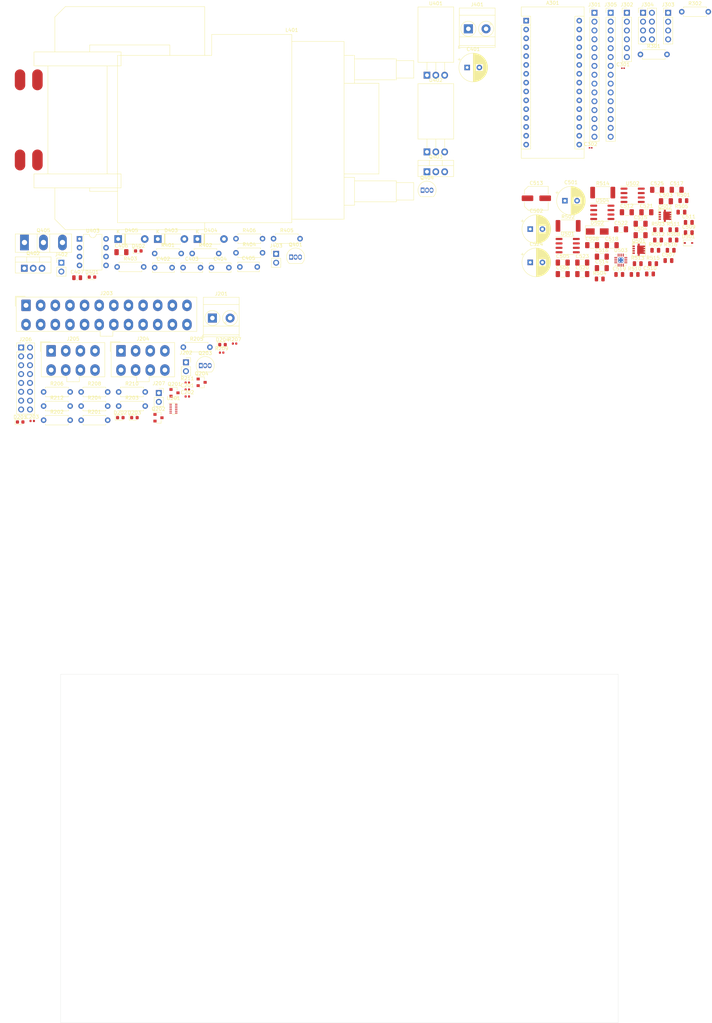
<source format=kicad_pcb>
(kicad_pcb (version 20171130) (host pcbnew "(5.1.2)-1")
  (title_block (title Plasma-PSU_Eurocard_Flyback) (date 2020-03-24) (rev 0.0.1) (company "Plasma Center, University of Ljubljana"))
  (layers (0 F.Cu signal) (31 B.Cu signal) (34 B.Paste user) (35 F.Paste user) (36 B.SilkS user) (37 F.SilkS user) (38 B.Mask user) (39 F.Mask user) (44 Edge.Cuts user))
  (net 0 "")
  (net 1 "Net-(A301-Pad1)")
  (net 2 "Net-(A301-Pad17)")
  (net 3 "Net-(A301-Pad2)")
  (net 4 "Net-(A301-Pad18)")
  (net 5 /Controller/RES_3)
  (net 6 "Net-(A301-Pad19)")
  (net 7 GND)
  (net 8 "Net-(A301-Pad20)")
  (net 9 "Net-(A301-Pad5)")
  (net 10 "Net-(A301-Pad21)")
  (net 11 "Net-(A301-Pad6)")
  (net 12 "Net-(A301-Pad22)")
  (net 13 "Net-(A301-Pad7)")
  (net 14 "Net-(A301-Pad23)")
  (net 15 /Controller/SPI-CS)
  (net 16 "Net-(A301-Pad24)")
  (net 17 "Net-(A301-Pad9)")
  (net 18 "Net-(A301-Pad25)")
  (net 19 "Net-(A301-Pad10)")
  (net 20 "Net-(A301-Pad26)")
  (net 21 /Plugs_and_Controls/PWM_IN)
  (net 22 "Net-(A301-Pad27)")
  (net 23 /Plugs_and_Controls/ENBL_A)
  (net 24 "Net-(A301-Pad28)")
  (net 25 "Net-(A301-Pad13)")
  (net 26 /Controller/SPI-MOSI)
  (net 27 +5V)
  (net 28 /Controller/SPI-MISO)
  (net 29 /Controller/D13_16)
  (net 30 "Net-(C201-Pad1)")
  (net 31 /Plugs_and_Controls/VSB)
  (net 32 "Net-(C203-Pad1)")
  (net 33 /Flyback_HV_stage/VDD)
  (net 34 /Flyback_HV_stage/GND)
  (net 35 +12V)
  (net 36 "Net-(C510-Pad2)")
  (net 37 "Net-(C511-Pad2)")
  (net 38 "Net-(C512-Pad2)")
  (net 39 "Net-(C516-Pad1)")
  (net 40 "Net-(C516-Pad2)")
  (net 41 "Net-(C517-Pad2)")
  (net 42 "Net-(C518-Pad1)")
  (net 43 /Plugs_and_Controls/VDD_IN)
  (net 44 "Net-(C525-Pad1)")
  (net 45 "Net-(D201-Pad2)")
  (net 46 "Net-(D201-Pad1)")
  (net 47 "Net-(D202-Pad2)")
  (net 48 "Net-(D203-Pad2)")
  (net 49 "Net-(D204-Pad2)")
  (net 50 "Net-(D401-Pad1)")
  (net 51 "Net-(D401-Pad2)")
  (net 52 "Net-(D402-Pad2)")
  (net 53 "Net-(D402-Pad1)")
  (net 54 "Net-(D403-Pad1)")
  (net 55 "Net-(D404-Pad1)")
  (net 56 "Net-(D405-Pad1)")
  (net 57 /Plugs_and_Controls/GND_IN)
  (net 58 +3V3)
  (net 59 /Plugs_and_Controls/PWR_GOOD)
  (net 60 /Plugs_and_Controls/PWR_ON)
  (net 61 /Plugs_and_Controls/PB)
  (net 62 /Plugs_and_Controls/SR)
  (net 63 /Plugs_and_Controls/START_BTN)
  (net 64 /Plugs_and_Controls/STOP_BTN)
  (net 65 /Plugs_and_Controls/ENBL_JP)
  (net 66 /Plugs_and_Controls/PLASMA_ON)
  (net 67 /Plugs_and_Controls/PLASMA_OFF)
  (net 68 "Net-(J402-Pad2)")
  (net 69 "Net-(J403-Pad2)")
  (net 70 "Net-(Q201-Pad1)")
  (net 71 "Net-(Q202-Pad2)")
  (net 72 "Net-(Q203-Pad2)")
  (net 73 "Net-(Q204-Pad2)")
  (net 74 /Flyback_HV_stage/ENBL)
  (net 75 "Net-(Q401-Pad3)")
  (net 76 /Flyback_HV_stage/PWM)
  (net 77 "Net-(Q402-Pad2)")
  (net 78 "Net-(Q402-Pad3)")
  (net 79 /Flyback_HV_stage/+12V)
  (net 80 "Net-(Q501-Pad2)")
  (net 81 "Net-(Q502-Pad2)")
  (net 82 "Net-(R201-Pad2)")
  (net 83 "Net-(R202-Pad2)")
  (net 84 "Net-(R204-Pad2)")
  (net 85 /Controller/I-Sense_IN)
  (net 86 /Controller/U-Sense_IN)
  (net 87 "Net-(R401-Pad1)")
  (net 88 "Net-(R402-Pad1)")
  (net 89 "Net-(L501-Pad1)")
  (net 90 "Net-(R503-Pad1)")
  (net 91 "Net-(R504-Pad1)")
  (net 92 "Net-(R504-Pad2)")
  (net 93 "Net-(R505-Pad2)")
  (net 94 "Net-(R508-Pad2)")
  (net 95 /SMPS-12-36/VFB)
  (net 96 /SMPS-12-36/U-Sense_int)
  (net 97 "Net-(R512-Pad2)")
  (net 98 "Net-(R514-Pad2)")
  (net 99 "Net-(R515-Pad1)")
  (net 100 /Flyback_HV_stage/+5V)
  (module Module:Arduino_Nano (layer F.Cu) (at 197.565001 -150.854999)
    (fp_text reference A301 (at 7.62 -5.08) (layer F.SilkS))
    (fp_text value Arduino_Nano_v3.x)
    (pad 1 thru_hole rect (at 0 0) (size 1.6 1.6) (drill 0.8) (layers *.Cu *.Mask) (net 1 "Net-(A301-Pad1)"))
    (pad 17 thru_hole oval (at 15.24 33.02) (size 1.6 1.6) (drill 0.8) (layers *.Cu *.Mask) (net 2 "Net-(A301-Pad17)"))
    (pad 2 thru_hole oval (at 0 2.54) (size 1.6 1.6) (drill 0.8) (layers *.Cu *.Mask) (net 3 "Net-(A301-Pad2)"))
    (pad 18 thru_hole oval (at 15.24 30.48) (size 1.6 1.6) (drill 0.8) (layers *.Cu *.Mask) (net 4 "Net-(A301-Pad18)"))
    (pad 3 thru_hole oval (at 0 5.08) (size 1.6 1.6) (drill 0.8) (layers *.Cu *.Mask) (net 5 /Controller/RES_3))
    (pad 19 thru_hole oval (at 15.24 27.94) (size 1.6 1.6) (drill 0.8) (layers *.Cu *.Mask) (net 6 "Net-(A301-Pad19)"))
    (pad 4 thru_hole oval (at 0 7.62) (size 1.6 1.6) (drill 0.8) (layers *.Cu *.Mask) (net 7 GND))
    (pad 20 thru_hole oval (at 15.24 25.4) (size 1.6 1.6) (drill 0.8) (layers *.Cu *.Mask) (net 8 "Net-(A301-Pad20)"))
    (pad 5 thru_hole oval (at 0 10.16) (size 1.6 1.6) (drill 0.8) (layers *.Cu *.Mask) (net 9 "Net-(A301-Pad5)"))
    (pad 21 thru_hole oval (at 15.24 22.86) (size 1.6 1.6) (drill 0.8) (layers *.Cu *.Mask) (net 10 "Net-(A301-Pad21)"))
    (pad 6 thru_hole oval (at 0 12.7) (size 1.6 1.6) (drill 0.8) (layers *.Cu *.Mask) (net 11 "Net-(A301-Pad6)"))
    (pad 22 thru_hole oval (at 15.24 20.32) (size 1.6 1.6) (drill 0.8) (layers *.Cu *.Mask) (net 12 "Net-(A301-Pad22)"))
    (pad 7 thru_hole oval (at 0 15.24) (size 1.6 1.6) (drill 0.8) (layers *.Cu *.Mask) (net 13 "Net-(A301-Pad7)"))
    (pad 23 thru_hole oval (at 15.24 17.78) (size 1.6 1.6) (drill 0.8) (layers *.Cu *.Mask) (net 14 "Net-(A301-Pad23)"))
    (pad 8 thru_hole oval (at 0 17.78) (size 1.6 1.6) (drill 0.8) (layers *.Cu *.Mask) (net 15 /Controller/SPI-CS))
    (pad 24 thru_hole oval (at 15.24 15.24) (size 1.6 1.6) (drill 0.8) (layers *.Cu *.Mask) (net 16 "Net-(A301-Pad24)"))
    (pad 9 thru_hole oval (at 0 20.32) (size 1.6 1.6) (drill 0.8) (layers *.Cu *.Mask) (net 17 "Net-(A301-Pad9)"))
    (pad 25 thru_hole oval (at 15.24 12.7) (size 1.6 1.6) (drill 0.8) (layers *.Cu *.Mask) (net 18 "Net-(A301-Pad25)"))
    (pad 10 thru_hole oval (at 0 22.86) (size 1.6 1.6) (drill 0.8) (layers *.Cu *.Mask) (net 19 "Net-(A301-Pad10)"))
    (pad 26 thru_hole oval (at 15.24 10.16) (size 1.6 1.6) (drill 0.8) (layers *.Cu *.Mask) (net 20 "Net-(A301-Pad26)"))
    (pad 11 thru_hole oval (at 0 25.4) (size 1.6 1.6) (drill 0.8) (layers *.Cu *.Mask) (net 21 /Plugs_and_Controls/PWM_IN))
    (pad 27 thru_hole oval (at 15.24 7.62) (size 1.6 1.6) (drill 0.8) (layers *.Cu *.Mask) (net 22 "Net-(A301-Pad27)"))
    (pad 12 thru_hole oval (at 0 27.94) (size 1.6 1.6) (drill 0.8) (layers *.Cu *.Mask) (net 23 /Plugs_and_Controls/ENBL_A))
    (pad 28 thru_hole oval (at 15.24 5.08) (size 1.6 1.6) (drill 0.8) (layers *.Cu *.Mask) (net 24 "Net-(A301-Pad28)"))
    (pad 13 thru_hole oval (at 0 30.48) (size 1.6 1.6) (drill 0.8) (layers *.Cu *.Mask) (net 25 "Net-(A301-Pad13)"))
    (pad 29 thru_hole oval (at 15.24 2.54) (size 1.6 1.6) (drill 0.8) (layers *.Cu *.Mask) (net 7 GND))
    (pad 14 thru_hole oval (at 0 33.02) (size 1.6 1.6) (drill 0.8) (layers *.Cu *.Mask) (net 26 /Controller/SPI-MOSI))
    (pad 30 thru_hole oval (at 15.24 0) (size 1.6 1.6) (drill 0.8) (layers *.Cu *.Mask) (net 27 +5V))
    (pad 15 thru_hole oval (at 0 35.56) (size 1.6 1.6) (drill 0.8) (layers *.Cu *.Mask) (net 28 /Controller/SPI-MISO))
    (pad 16 thru_hole oval (at 15.24 35.56) (size 1.6 1.6) (drill 0.8) (layers *.Cu *.Mask) (net 29 /Controller/D13_16))
  )
  (module Capacitor_SMD:C_0402_1005Metric (layer F.Cu) (at 100.315001 -45.004999)
    (fp_text reference C201 (at 0 -1.17) (layer F.SilkS))
    (fp_text value 1µF)
    (pad 1 smd roundrect (at -0.485 0) (size 0.59 0.64) (layers F.Cu F.Paste F.Mask) (net 30 "Net-(C201-Pad1)"))
    (pad 2 smd roundrect (at 0.485 0) (size 0.59 0.64) (layers F.Cu F.Paste F.Mask) (net 7 GND))
  )
  (module Capacitor_SMD:C_0402_1005Metric (layer F.Cu) (at 100.315001 -43.014999)
    (fp_text reference C202 (at 0 -1.17) (layer F.SilkS))
    (fp_text value 100nF)
    (pad 1 smd roundrect (at -0.485 0) (size 0.59 0.64) (layers F.Cu F.Paste F.Mask) (net 31 /Plugs_and_Controls/VSB))
    (pad 2 smd roundrect (at 0.485 0) (size 0.59 0.64) (layers F.Cu F.Paste F.Mask) (net 7 GND))
  )
  (module Capacitor_SMD:C_0402_1005Metric (layer F.Cu) (at 55.805001 -35.994999)
    (fp_text reference C203 (at 0 -1.17) (layer F.SilkS))
    (fp_text value 1µF)
    (pad 2 smd roundrect (at 0.485 0) (size 0.59 0.64) (layers F.Cu F.Paste F.Mask) (net 7 GND))
    (pad 1 smd roundrect (at -0.485 0) (size 0.59 0.64) (layers F.Cu F.Paste F.Mask) (net 32 "Net-(C203-Pad1)"))
  )
  (module Capacitor_SMD:C_0201_0603Metric (layer F.Cu) (at 225.365001 -137.214999)
    (fp_text reference C301 (at 0 -1.05) (layer F.SilkS))
    (fp_text value 100n)
    (pad 2 smd roundrect (at 0.32 0) (size 0.46 0.4) (layers F.Cu F.Mask) (net 20 "Net-(A301-Pad26)"))
    (pad 1 smd roundrect (at -0.32 0) (size 0.46 0.4) (layers F.Cu F.Mask) (net 7 GND))
  )
  (module Capacitor_SMD:C_0201_0603Metric (layer F.Cu) (at 216.065001 -114.364999)
    (fp_text reference C302 (at 0 -1.05) (layer F.SilkS))
    (fp_text value 100n)
    (pad 1 smd roundrect (at -0.32 0) (size 0.46 0.4) (layers F.Cu F.Mask) (net 18 "Net-(A301-Pad25)"))
    (pad 2 smd roundrect (at 0.32 0) (size 0.46 0.4) (layers F.Cu F.Mask) (net 7 GND))
  )
  (module Capacitor_THT:CP_Radial_D8.0mm_P3.50mm (layer F.Cu) (at 180.629699 -137.414999)
    (fp_text reference C401 (at 1.75 -5.25) (layer F.SilkS))
    (fp_text value 220µF)
    (pad 1 thru_hole rect (at 0 0) (size 1.6 1.6) (drill 0.8) (layers *.Cu *.Mask) (net 33 /Flyback_HV_stage/VDD))
    (pad 2 thru_hole circle (at 3.5 0) (size 1.6 1.6) (drill 0.8) (layers *.Cu *.Mask) (net 34 /Flyback_HV_stage/GND))
  )
  (module Capacitor_THT:C_Disc_D6.0mm_W2.5mm_P5.00mm (layer F.Cu) (at 90.945001 -79.994999)
    (fp_text reference C402 (at 2.5 -2.5) (layer F.SilkS))
    (fp_text value 6.8µF)
    (pad 1 thru_hole circle (at 0 0) (size 1.6 1.6) (drill 0.8) (layers *.Cu *.Mask) (net 33 /Flyback_HV_stage/VDD))
    (pad 2 thru_hole circle (at 5 0) (size 1.6 1.6) (drill 0.8) (layers *.Cu *.Mask) (net 34 /Flyback_HV_stage/GND))
  )
  (module Capacitor_THT:C_Disc_D6.0mm_W2.5mm_P5.00mm (layer F.Cu) (at 99.095001 -79.994999)
    (fp_text reference C403 (at 2.5 -2.5) (layer F.SilkS))
    (fp_text value 6.8µF)
    (pad 2 thru_hole circle (at 5 0) (size 1.6 1.6) (drill 0.8) (layers *.Cu *.Mask) (net 34 /Flyback_HV_stage/GND))
    (pad 1 thru_hole circle (at 0 0) (size 1.6 1.6) (drill 0.8) (layers *.Cu *.Mask) (net 33 /Flyback_HV_stage/VDD))
  )
  (module Capacitor_THT:C_Disc_D6.0mm_W2.5mm_P5.00mm (layer F.Cu) (at 107.245001 -79.994999)
    (fp_text reference C404 (at 2.5 -2.5) (layer F.SilkS))
    (fp_text value 6.8µF)
    (pad 1 thru_hole circle (at 0 0) (size 1.6 1.6) (drill 0.8) (layers *.Cu *.Mask) (net 33 /Flyback_HV_stage/VDD))
    (pad 2 thru_hole circle (at 5 0) (size 1.6 1.6) (drill 0.8) (layers *.Cu *.Mask) (net 34 /Flyback_HV_stage/GND))
  )
  (module Capacitor_THT:C_Disc_D6.0mm_W2.5mm_P5.00mm (layer F.Cu) (at 115.395001 -80.194999)
    (fp_text reference C405 (at 2.5 -2.5) (layer F.SilkS))
    (fp_text value 6.8µF)
    (pad 2 thru_hole circle (at 5 0) (size 1.6 1.6) (drill 0.8) (layers *.Cu *.Mask) (net 34 /Flyback_HV_stage/GND))
    (pad 1 thru_hole circle (at 0 0) (size 1.6 1.6) (drill 0.8) (layers *.Cu *.Mask) (net 33 /Flyback_HV_stage/VDD))
  )
  (module Capacitor_SMD:C_1206_3216Metric (layer F.Cu) (at 81.405001 -84.424999)
    (fp_text reference C406 (at 0 -1.82) (layer F.SilkS))
    (fp_text value 100nF)
    (pad 1 smd roundrect (at -1.4 0) (size 1.25 1.75) (layers F.Cu F.Paste F.Mask) (roundrect_rratio 0.2) (net 33 /Flyback_HV_stage/VDD))
    (pad 2 smd roundrect (at 1.4 0) (size 1.25 1.75) (layers F.Cu F.Paste F.Mask) (roundrect_rratio 0.2) (net 34 /Flyback_HV_stage/GND))
  )
  (module Capacitor_SMD:C_0805_2012Metric (layer F.Cu) (at 68.705001 -77.094999)
    (fp_text reference C407 (at 0 -1.65) (layer F.SilkS))
    (fp_text value 10nF)
    (pad 1 smd roundrect (at -0.9375 0) (size 0.975 1.4) (layers F.Cu F.Paste F.Mask) (net 33 /Flyback_HV_stage/VDD))
    (pad 2 smd roundrect (at 0.9375 0) (size 0.975 1.4) (layers F.Cu F.Paste F.Mask) (net 34 /Flyback_HV_stage/GND))
  )
  (module Capacitor_THT:CP_Radial_D8.0mm_P3.50mm (layer F.Cu) (at 208.679699 -99.194999)
    (fp_text reference C501 (at 1.75 -5.25) (layer F.SilkS))
    (fp_text value 220uF)
    (pad 2 thru_hole circle (at 3.5 0) (size 1.6 1.6) (drill 0.8) (layers *.Cu *.Mask) (net 7 GND))
    (pad 1 thru_hole rect (at 0 0) (size 1.6 1.6) (drill 0.8) (layers *.Cu *.Mask) (net 27 +5V))
  )
  (module Capacitor_THT:CP_Radial_D8.0mm_P3.50mm (layer F.Cu) (at 198.729699 -91.044999)
    (fp_text reference C502 (at 1.75 -5.25) (layer F.SilkS))
    (fp_text value 220uF)
    (pad 2 thru_hole circle (at 3.5 0) (size 1.6 1.6) (drill 0.8) (layers *.Cu *.Mask) (net 7 GND))
    (pad 1 thru_hole rect (at 0 0) (size 1.6 1.6) (drill 0.8) (layers *.Cu *.Mask) (net 35 +12V))
  )
  (module Capacitor_SMD:C_1206_3216Metric (layer F.Cu) (at 237.675001 -99.034999)
    (fp_text reference C503 (at 0 -1.82) (layer F.SilkS))
    (fp_text value 6.8µF)
    (pad 2 smd roundrect (at 1.4 0) (size 1.25 1.75) (layers F.Cu F.Paste F.Mask) (roundrect_rratio 0.2) (net 7 GND))
    (pad 1 smd roundrect (at -1.4 0) (size 1.25 1.75) (layers F.Cu F.Paste F.Mask) (roundrect_rratio 0.2) (net 35 +12V))
  )
  (module Capacitor_SMD:C_1206_3216Metric (layer F.Cu) (at 230.405001 -89.294999)
    (fp_text reference C504 (at 0 -1.82) (layer F.SilkS))
    (fp_text value 6.8µF)
    (pad 1 smd roundrect (at -1.4 0) (size 1.25 1.75) (layers F.Cu F.Paste F.Mask) (roundrect_rratio 0.2) (net 35 +12V))
    (pad 2 smd roundrect (at 1.4 0) (size 1.25 1.75) (layers F.Cu F.Paste F.Mask) (roundrect_rratio 0.2) (net 7 GND))
  )
  (module Capacitor_SMD:C_1206_3216Metric (layer F.Cu) (at 208.055001 -81.434999)
    (fp_text reference C505 (at 0 -1.82) (layer F.SilkS))
    (fp_text value 100nF)
    (pad 2 smd roundrect (at 1.4 0) (size 1.25 1.75) (layers F.Cu F.Paste F.Mask) (roundrect_rratio 0.2) (net 7 GND))
    (pad 1 smd roundrect (at -1.4 0) (size 1.25 1.75) (layers F.Cu F.Paste F.Mask) (roundrect_rratio 0.2) (net 35 +12V))
  )
  (module Capacitor_SMD:C_1206_3216Metric (layer F.Cu) (at 208.055001 -78.144999)
    (fp_text reference C506 (at 0 -1.82) (layer F.SilkS))
    (fp_text value 100nF)
    (pad 1 smd roundrect (at -1.4 0) (size 1.25 1.75) (layers F.Cu F.Paste F.Mask) (roundrect_rratio 0.2) (net 35 +12V))
    (pad 2 smd roundrect (at 1.4 0) (size 1.25 1.75) (layers F.Cu F.Paste F.Mask) (roundrect_rratio 0.2) (net 7 GND))
  )
  (module Capacitor_SMD:C_0805_2012Metric (layer F.Cu) (at 238.395001 -82.014999)
    (fp_text reference C507 (at 0 -1.65) (layer F.SilkS))
    (fp_text value 10nF)
    (pad 2 smd roundrect (at 0.9375 0) (size 0.975 1.4) (layers F.Cu F.Paste F.Mask) (net 7 GND))
    (pad 1 smd roundrect (at -0.9375 0) (size 0.975 1.4) (layers F.Cu F.Paste F.Mask) (net 35 +12V))
  )
  (module Capacitor_SMD:C_1206_3216Metric (layer F.Cu) (at 216.505001 -86.434999)
    (fp_text reference C508 (at 0 -1.82) (layer F.SilkS))
    (fp_text value 100nF)
    (pad 2 smd roundrect (at 1.4 0) (size 1.25 1.75) (layers F.Cu F.Paste F.Mask) (roundrect_rratio 0.2) (net 7 GND))
    (pad 1 smd roundrect (at -1.4 0) (size 1.25 1.75) (layers F.Cu F.Paste F.Mask) (roundrect_rratio 0.2) (net 27 +5V))
  )
  (module Capacitor_SMD:C_0805_2012Metric (layer F.Cu) (at 244.235001 -90.014999)
    (fp_text reference C509 (at 0 -1.65) (layer F.SilkS))
    (fp_text value 10nF)
    (pad 1 smd roundrect (at -0.9375 0) (size 0.975 1.4) (layers F.Cu F.Paste F.Mask) (net 27 +5V))
    (pad 2 smd roundrect (at 0.9375 0) (size 0.975 1.4) (layers F.Cu F.Paste F.Mask) (net 7 GND))
  )
  (module Capacitor_SMD:C_0805_2012Metric (layer F.Cu) (at 233.105001 -78.174999)
    (fp_text reference C510 (at 0 -1.65) (layer F.SilkS))
    (fp_text value 15nF)
    (pad 2 smd roundrect (at 0.9375 0) (size 0.975 1.4) (layers F.Cu F.Paste F.Mask) (net 36 "Net-(C510-Pad2)"))
    (pad 1 smd roundrect (at -0.9375 0) (size 0.975 1.4) (layers F.Cu F.Paste F.Mask) (net 7 GND))
  )
  (module Capacitor_SMD:C_0805_2012Metric (layer F.Cu) (at 244.235001 -92.964999)
    (fp_text reference C511 (at 0 -1.65) (layer F.SilkS))
    (fp_text value 220pF)
    (pad 2 smd roundrect (at 0.9375 0) (size 0.975 1.4) (layers F.Cu F.Paste F.Mask) (net 37 "Net-(C511-Pad2)"))
    (pad 1 smd roundrect (at -0.9375 0) (size 0.975 1.4) (layers F.Cu F.Paste F.Mask) (net 7 GND))
  )
  (module Capacitor_SMD:C_1206_3216Metric (layer F.Cu) (at 226.455001 -95.874999)
    (fp_text reference C512 (at 0 -1.82) (layer F.SilkS))
    (fp_text value 100nF)
    (pad 1 smd roundrect (at -1.4 0) (size 1.25 1.75) (layers F.Cu F.Paste F.Mask) (roundrect_rratio 0.2) (net 7 GND))
    (pad 2 smd roundrect (at 1.4 0) (size 1.25 1.75) (layers F.Cu F.Paste F.Mask) (roundrect_rratio 0.2) (net 38 "Net-(C512-Pad2)"))
  )
  (module Capacitor_SMD:C_Elec_6.3x5.8 (layer F.Cu) (at 200.485001 -99.894999)
    (fp_text reference C513 (at 0 -4.35) (layer F.SilkS))
    (fp_text value 10µF)
    (pad 1 smd roundrect (at -2.5375 0) (size 3.325 1.6) (layers F.Cu F.Paste F.Mask) (roundrect_rratio 0.15625) (net 27 +5V))
    (pad 2 smd roundrect (at 2.5375 0) (size 3.325 1.6) (layers F.Cu F.Paste F.Mask) (roundrect_rratio 0.15625) (net 7 GND))
  )
  (module Capacitor_SMD:C_1206_3216Metric (layer F.Cu) (at 219.275001 -79.854999)
    (fp_text reference C514 (at 0 -1.82) (layer F.SilkS))
    (fp_text value 100nF)
    (pad 2 smd roundrect (at 1.4 0) (size 1.25 1.75) (layers F.Cu F.Paste F.Mask) (roundrect_rratio 0.2) (net 7 GND))
    (pad 1 smd roundrect (at -1.4 0) (size 1.25 1.75) (layers F.Cu F.Paste F.Mask) (roundrect_rratio 0.2) (net 27 +5V))
  )
  (module Capacitor_SMD:C_1206_3216Metric (layer F.Cu) (at 230.405001 -92.584999)
    (fp_text reference C515 (at 0 -1.82) (layer F.SilkS))
    (fp_text value 100nF)
    (pad 2 smd roundrect (at 1.4 0) (size 1.25 1.75) (layers F.Cu F.Paste F.Mask) (roundrect_rratio 0.2) (net 35 +12V))
    (pad 1 smd roundrect (at -1.4 0) (size 1.25 1.75) (layers F.Cu F.Paste F.Mask) (roundrect_rratio 0.2) (net 7 GND))
  )
  (module Capacitor_SMD:C_1206_3216Metric (layer F.Cu) (at 219.275001 -83.144999)
    (fp_text reference C516 (at 0 -1.82) (layer F.SilkS))
    (fp_text value 100nF)
    (pad 1 smd roundrect (at -1.4 0) (size 1.25 1.75) (layers F.Cu F.Paste F.Mask) (roundrect_rratio 0.2) (net 39 "Net-(C516-Pad1)"))
    (pad 2 smd roundrect (at 1.4 0) (size 1.25 1.75) (layers F.Cu F.Paste F.Mask) (roundrect_rratio 0.2) (net 40 "Net-(C516-Pad2)"))
  )
  (module Capacitor_SMD:C_1206_3216Metric (layer F.Cu) (at 240.755001 -102.324999)
    (fp_text reference C517 (at 0 -1.82) (layer F.SilkS))
    (fp_text value "4.7µ MLCC")
    (pad 1 smd roundrect (at -1.4 0) (size 1.25 1.75) (layers F.Cu F.Paste F.Mask) (roundrect_rratio 0.2) (net 7 GND))
    (pad 2 smd roundrect (at 1.4 0) (size 1.25 1.75) (layers F.Cu F.Paste F.Mask) (roundrect_rratio 0.2) (net 41 "Net-(C517-Pad2)"))
  )
  (module Capacitor_SMD:C_1206_3216Metric (layer F.Cu) (at 222.115001 -86.434999)
    (fp_text reference C518 (at 0 -1.82) (layer F.SilkS))
    (fp_text value 100nF)
    (pad 1 smd roundrect (at -1.4 0) (size 1.25 1.75) (layers F.Cu F.Paste F.Mask) (roundrect_rratio 0.2) (net 42 "Net-(C518-Pad1)"))
    (pad 2 smd roundrect (at 1.4 0) (size 1.25 1.75) (layers F.Cu F.Paste F.Mask) (roundrect_rratio 0.2) (net 7 GND))
  )
  (module Capacitor_SMD:C_0805_2012Metric (layer F.Cu) (at 224.285001 -78.024999)
    (fp_text reference C519 (at 0 -1.65) (layer F.SilkS))
    (fp_text value 10nF)
    (pad 1 smd roundrect (at -0.9375 0) (size 0.975 1.4) (layers F.Cu F.Paste F.Mask) (net 43 /Plugs_and_Controls/VDD_IN))
    (pad 2 smd roundrect (at 0.9375 0) (size 0.975 1.4) (layers F.Cu F.Paste F.Mask) (net 7 GND))
  )
  (module Capacitor_SMD:C_1206_3216Metric (layer F.Cu) (at 213.665001 -78.144999)
    (fp_text reference C520 (at 0 -1.82) (layer F.SilkS))
    (fp_text value 100nF)
    (pad 1 smd roundrect (at -1.4 0) (size 1.25 1.75) (layers F.Cu F.Paste F.Mask) (roundrect_rratio 0.2) (net 43 /Plugs_and_Controls/VDD_IN))
    (pad 2 smd roundrect (at 1.4 0) (size 1.25 1.75) (layers F.Cu F.Paste F.Mask) (roundrect_rratio 0.2) (net 7 GND))
  )
  (module Capacitor_SMD:C_1206_3216Metric (layer F.Cu) (at 232.065001 -95.874999)
    (fp_text reference C521 (at 0 -1.82) (layer F.SilkS))
    (fp_text value 6.8µF)
    (pad 2 smd roundrect (at 1.4 0) (size 1.25 1.75) (layers F.Cu F.Paste F.Mask) (roundrect_rratio 0.2) (net 7 GND))
    (pad 1 smd roundrect (at -1.4 0) (size 1.25 1.75) (layers F.Cu F.Paste F.Mask) (roundrect_rratio 0.2) (net 43 /Plugs_and_Controls/VDD_IN))
  )
  (module Capacitor_SMD:C_1206_3216Metric (layer F.Cu) (at 224.795001 -90.984999)
    (fp_text reference C522 (at 0 -1.82) (layer F.SilkS))
    (fp_text value 6.8µF)
    (pad 2 smd roundrect (at 1.4 0) (size 1.25 1.75) (layers F.Cu F.Paste F.Mask) (roundrect_rratio 0.2) (net 7 GND))
    (pad 1 smd roundrect (at -1.4 0) (size 1.25 1.75) (layers F.Cu F.Paste F.Mask) (roundrect_rratio 0.2) (net 43 /Plugs_and_Controls/VDD_IN))
  )
  (module Capacitor_SMD:C_1206_3216Metric (layer F.Cu) (at 213.665001 -81.434999)
    (fp_text reference C523 (at 0 -1.82) (layer F.SilkS))
    (fp_text value 6.8µF)
    (pad 1 smd roundrect (at -1.4 0) (size 1.25 1.75) (layers F.Cu F.Paste F.Mask) (roundrect_rratio 0.2) (net 43 /Plugs_and_Controls/VDD_IN))
    (pad 2 smd roundrect (at 1.4 0) (size 1.25 1.75) (layers F.Cu F.Paste F.Mask) (roundrect_rratio 0.2) (net 7 GND))
  )
  (module Capacitor_THT:CP_Radial_D8.0mm_P3.50mm (layer F.Cu) (at 198.729699 -81.494999)
    (fp_text reference C524 (at 1.75 -5.25) (layer F.SilkS))
    (fp_text value 220uF)
    (pad 1 thru_hole rect (at 0 0) (size 1.6 1.6) (drill 0.8) (layers *.Cu *.Mask) (net 43 /Plugs_and_Controls/VDD_IN))
    (pad 2 thru_hole circle (at 3.5 0) (size 1.6 1.6) (drill 0.8) (layers *.Cu *.Mask) (net 7 GND))
  )
  (module Capacitor_SMD:C_1206_3216Metric (layer F.Cu) (at 235.145001 -102.324999)
    (fp_text reference C525 (at 0 -1.82) (layer F.SilkS))
    (fp_text value 100nF)
    (pad 2 smd roundrect (at 1.4 0) (size 1.25 1.75) (layers F.Cu F.Paste F.Mask) (roundrect_rratio 0.2) (net 7 GND))
    (pad 1 smd roundrect (at -1.4 0) (size 1.25 1.75) (layers F.Cu F.Paste F.Mask) (roundrect_rratio 0.2) (net 44 "Net-(C525-Pad1)"))
  )
  (module LED_SMD:LED_0603_1608Metric (layer F.Cu) (at 52.345001 -35.694999)
    (fp_text reference D201 (at 0 -1.43) (layer F.SilkS))
    (fp_text value LED)
    (pad 2 smd roundrect (at 0.7875 0) (size 0.875 0.95) (layers F.Cu F.Paste F.Mask) (net 45 "Net-(D201-Pad2)"))
    (pad 1 smd roundrect (at -0.7875 0) (size 0.875 0.95) (layers F.Cu F.Paste F.Mask) (net 46 "Net-(D201-Pad1)"))
  )
  (module LED_SMD:LED_0603_1608Metric (layer F.Cu) (at 81.085001 -36.944999)
    (fp_text reference D202 (at 0 -1.43) (layer F.SilkS))
    (fp_text value LED)
    (pad 1 smd roundrect (at -0.7875 0) (size 0.875 0.95) (layers F.Cu F.Paste F.Mask) (net 7 GND))
    (pad 2 smd roundrect (at 0.7875 0) (size 0.875 0.95) (layers F.Cu F.Paste F.Mask) (net 47 "Net-(D202-Pad2)"))
  )
  (module LED_SMD:LED_0603_1608Metric (layer F.Cu) (at 85.135001 -36.944999)
    (fp_text reference D203 (at 0 -1.43) (layer F.SilkS))
    (fp_text value LED)
    (pad 1 smd roundrect (at -0.7875 0) (size 0.875 0.95) (layers F.Cu F.Paste F.Mask) (net 7 GND))
    (pad 2 smd roundrect (at 0.7875 0) (size 0.875 0.95) (layers F.Cu F.Paste F.Mask) (net 48 "Net-(D203-Pad2)"))
  )
  (module LED_SMD:LED_0603_1608Metric (layer F.Cu) (at 110.415001 -57.894999)
    (fp_text reference D204 (at 0 -1.43) (layer F.SilkS))
    (fp_text value LED)
    (pad 2 smd roundrect (at 0.7875 0) (size 0.875 0.95) (layers F.Cu F.Paste F.Mask) (net 49 "Net-(D204-Pad2)"))
    (pad 1 smd roundrect (at -0.7875 0) (size 0.875 0.95) (layers F.Cu F.Paste F.Mask) (net 7 GND))
  )
  (module LED_SMD:LED_0603_1608Metric (layer F.Cu) (at 72.955001 -77.274999)
    (fp_text reference D401 (at 0 -1.43) (layer F.SilkS))
    (fp_text value PWM_LED)
    (pad 1 smd roundrect (at -0.7875 0) (size 0.875 0.95) (layers F.Cu F.Paste F.Mask) (net 50 "Net-(D401-Pad1)"))
    (pad 2 smd roundrect (at 0.7875 0) (size 0.875 0.95) (layers F.Cu F.Paste F.Mask) (net 51 "Net-(D401-Pad2)"))
  )
  (module LED_SMD:LED_0603_1608Metric (layer F.Cu) (at 86.255001 -84.774999)
    (fp_text reference D402 (at 0 -1.43) (layer F.SilkS))
    (fp_text value ENBL_LED)
    (pad 2 smd roundrect (at 0.7875 0) (size 0.875 0.95) (layers F.Cu F.Paste F.Mask) (net 52 "Net-(D402-Pad2)"))
    (pad 1 smd roundrect (at -0.7875 0) (size 0.875 0.95) (layers F.Cu F.Paste F.Mask) (net 53 "Net-(D402-Pad1)"))
  )
  (module Diode_THT:D_DO-41_SOD81_P7.62mm_Horizontal (layer F.Cu) (at 91.845001 -88.194999)
    (fp_text reference D403 (at 3.81 -2.47) (layer F.SilkS))
    (fp_text value ZD5)
    (fp_text user K (at 0 -2.1) (layer F.SilkS))
    (pad 1 thru_hole rect (at 0 0) (size 2.2 2.2) (drill 1.1) (layers *.Cu *.Mask) (net 54 "Net-(D403-Pad1)"))
    (pad 2 thru_hole oval (at 7.62 0) (size 2.2 2.2) (drill 1.1) (layers *.Cu *.Mask) (net 34 /Flyback_HV_stage/GND))
  )
  (module Diode_THT:D_DO-41_SOD81_P7.62mm_Horizontal (layer F.Cu) (at 103.215001 -88.194999)
    (fp_text reference D404 (at 3.81 -2.47) (layer F.SilkS))
    (fp_text value ZD20)
    (fp_text user K (at 0 -2.1) (layer F.SilkS))
    (pad 1 thru_hole rect (at 0 0) (size 2.2 2.2) (drill 1.1) (layers *.Cu *.Mask) (net 55 "Net-(D404-Pad1)"))
    (pad 2 thru_hole oval (at 7.62 0) (size 2.2 2.2) (drill 1.1) (layers *.Cu *.Mask) (net 34 /Flyback_HV_stage/GND))
  )
  (module Diode_THT:D_DO-41_SOD81_P7.62mm_Horizontal (layer F.Cu) (at 80.475001 -88.194999)
    (fp_text reference D405 (at 3.81 -2.47) (layer F.SilkS))
    (fp_text value UF4007)
    (fp_text user K (at 0 -2.1) (layer F.SilkS))
    (pad 2 thru_hole oval (at 7.62 0) (size 2.2 2.2) (drill 1.1) (layers *.Cu *.Mask) (net 34 /Flyback_HV_stage/GND))
    (pad 1 thru_hole rect (at 0 0) (size 2.2 2.2) (drill 1.1) (layers *.Cu *.Mask) (net 56 "Net-(D405-Pad1)"))
  )
  (module Diode_SMD:D_SOD-323 (layer F.Cu) (at 244.155001 -87.064999)
    (fp_text reference D501 (at 0 -1.85) (layer F.SilkS))
    (fp_text value ZD5)
    (pad 1 smd rect (at -1.05 0) (size 0.6 0.45) (layers F.Cu F.Paste F.Mask) (net 23 /Plugs_and_Controls/ENBL_A))
    (pad 2 smd rect (at 1.05 0) (size 0.6 0.45) (layers F.Cu F.Paste F.Mask) (net 7 GND))
  )
  (module Diode_SMD:D_SMA (layer F.Cu) (at 217.965001 -90.354999)
    (fp_text reference D502 (at 0 -2.5) (layer F.SilkS))
    (fp_text value B120-E3)
    (pad 1 smd rect (at -2 0) (size 2.5 1.8) (layers F.Cu F.Paste F.Mask) (net 40 "Net-(C516-Pad2)"))
    (pad 2 smd rect (at 2 0) (size 2.5 1.8) (layers F.Cu F.Paste F.Mask) (net 41 "Net-(C517-Pad2)"))
  )
  (module TerminalBlock_Phoenix:TerminalBlock_Phoenix_MKDS-3-2-5.08_1x02_P5.08mm_Horizontal (layer F.Cu) (at 107.515001 -65.514999)
    (fp_text reference J201 (at 2.54 -6.96) (layer F.SilkS))
    (fp_text value PWR_FWD)
    (pad 1 thru_hole rect (at 0 0) (size 2.6 2.6) (drill 1.3) (layers *.Cu *.Mask) (net 43 /Plugs_and_Controls/VDD_IN))
    (pad 2 thru_hole circle (at 5.08 0) (size 2.6 2.6) (drill 1.3) (layers *.Cu *.Mask) (net 57 /Plugs_and_Controls/GND_IN))
  )
  (module Connector_PinSocket_2.54mm:PinSocket_1x02_P2.54mm_Vertical (layer F.Cu) (at 99.925001 -52.814999)
    (fp_text reference J202 (at 0 -2.77) (layer F.SilkS))
    (fp_text value PWM_FWD)
    (pad 1 thru_hole rect (at 0 0) (size 1.7 1.7) (drill 1) (layers *.Cu *.Mask) (net 21 /Plugs_and_Controls/PWM_IN))
    (pad 2 thru_hole oval (at 0 2.54) (size 1.7 1.7) (drill 1) (layers *.Cu *.Mask) (net 7 GND))
  )
  (module Connector_Molex:Molex_Mini-Fit_Jr_5566-24A_2x12_P4.20mm_Vertical (layer F.Cu) (at 54.025001 -69.164999)
    (fp_text reference J203 (at 23.1 -3.45) (layer F.SilkS))
    (fp_text value "Molex Mini-fit Jr. 39-28-1243")
    (pad 1 thru_hole roundrect (at 0 0) (size 2.7 3.3) (drill 1.4) (layers *.Cu *.Mask) (roundrect_rratio 0.09259299999999999) (net 58 +3V3))
    (pad 2 thru_hole oval (at 4.2 0) (size 2.7 3.3) (drill 1.4) (layers *.Cu *.Mask) (net 58 +3V3))
    (pad 3 thru_hole oval (at 8.4 0) (size 2.7 3.3) (drill 1.4) (layers *.Cu *.Mask) (net 7 GND))
    (pad 4 thru_hole oval (at 12.6 0) (size 2.7 3.3) (drill 1.4) (layers *.Cu *.Mask) (net 27 +5V))
    (pad 5 thru_hole oval (at 16.8 0) (size 2.7 3.3) (drill 1.4) (layers *.Cu *.Mask) (net 7 GND))
    (pad 6 thru_hole oval (at 21 0) (size 2.7 3.3) (drill 1.4) (layers *.Cu *.Mask) (net 27 +5V))
    (pad 7 thru_hole oval (at 25.2 0) (size 2.7 3.3) (drill 1.4) (layers *.Cu *.Mask) (net 7 GND))
    (pad 8 thru_hole oval (at 29.4 0) (size 2.7 3.3) (drill 1.4) (layers *.Cu *.Mask) (net 59 /Plugs_and_Controls/PWR_GOOD))
    (pad 9 thru_hole oval (at 33.6 0) (size 2.7 3.3) (drill 1.4) (layers *.Cu *.Mask) (net 31 /Plugs_and_Controls/VSB))
    (pad 10 thru_hole oval (at 37.8 0) (size 2.7 3.3) (drill 1.4) (layers *.Cu *.Mask) (net 35 +12V))
    (pad 11 thru_hole oval (at 42 0) (size 2.7 3.3) (drill 1.4) (layers *.Cu *.Mask) (net 35 +12V))
    (pad 12 thru_hole oval (at 46.2 0) (size 2.7 3.3) (drill 1.4) (layers *.Cu *.Mask) (net 58 +3V3))
    (pad 13 thru_hole oval (at 0 5.5) (size 2.7 3.3) (drill 1.4) (layers *.Cu *.Mask) (net 58 +3V3))
    (pad 14 thru_hole oval (at 4.2 5.5) (size 2.7 3.3) (drill 1.4) (layers *.Cu *.Mask))
    (pad 15 thru_hole oval (at 8.4 5.5) (size 2.7 3.3) (drill 1.4) (layers *.Cu *.Mask) (net 7 GND))
    (pad 16 thru_hole oval (at 12.6 5.5) (size 2.7 3.3) (drill 1.4) (layers *.Cu *.Mask) (net 60 /Plugs_and_Controls/PWR_ON))
    (pad 17 thru_hole oval (at 16.8 5.5) (size 2.7 3.3) (drill 1.4) (layers *.Cu *.Mask) (net 7 GND))
    (pad 18 thru_hole oval (at 21 5.5) (size 2.7 3.3) (drill 1.4) (layers *.Cu *.Mask) (net 7 GND))
    (pad 19 thru_hole oval (at 25.2 5.5) (size 2.7 3.3) (drill 1.4) (layers *.Cu *.Mask) (net 7 GND))
    (pad 20 thru_hole oval (at 29.4 5.5) (size 2.7 3.3) (drill 1.4) (layers *.Cu *.Mask))
    (pad 21 thru_hole oval (at 33.6 5.5) (size 2.7 3.3) (drill 1.4) (layers *.Cu *.Mask) (net 27 +5V))
    (pad 22 thru_hole oval (at 37.8 5.5) (size 2.7 3.3) (drill 1.4) (layers *.Cu *.Mask) (net 27 +5V))
    (pad 23 thru_hole oval (at 42 5.5) (size 2.7 3.3) (drill 1.4) (layers *.Cu *.Mask) (net 27 +5V))
    (pad 24 thru_hole oval (at 46.2 5.5) (size 2.7 3.3) (drill 1.4) (layers *.Cu *.Mask) (net 7 GND))
  )
  (module Connector_Molex:Molex_Mini-Fit_Jr_5566-08A_2x04_P4.20mm_Vertical (layer F.Cu) (at 81.275001 -56.114999)
    (fp_text reference J204 (at 6.3 -3.45) (layer F.SilkS))
    (fp_text value "Molex Mini-fit Jr. 39-28-1083")
    (pad 8 thru_hole oval (at 12.6 5.5) (size 2.7 3.3) (drill 1.4) (layers *.Cu *.Mask) (net 7 GND))
    (pad 7 thru_hole oval (at 8.4 5.5) (size 2.7 3.3) (drill 1.4) (layers *.Cu *.Mask) (net 7 GND))
    (pad 6 thru_hole oval (at 4.2 5.5) (size 2.7 3.3) (drill 1.4) (layers *.Cu *.Mask))
    (pad 5 thru_hole oval (at 0 5.5) (size 2.7 3.3) (drill 1.4) (layers *.Cu *.Mask) (net 7 GND))
    (pad 4 thru_hole oval (at 12.6 0) (size 2.7 3.3) (drill 1.4) (layers *.Cu *.Mask))
    (pad 3 thru_hole oval (at 8.4 0) (size 2.7 3.3) (drill 1.4) (layers *.Cu *.Mask) (net 35 +12V))
    (pad 2 thru_hole oval (at 4.2 0) (size 2.7 3.3) (drill 1.4) (layers *.Cu *.Mask) (net 35 +12V))
    (pad 1 thru_hole roundrect (at 0 0) (size 2.7 3.3) (drill 1.4) (layers *.Cu *.Mask) (roundrect_rratio 0.09259299999999999) (net 35 +12V))
  )
  (module Connector_Molex:Molex_Mini-Fit_Jr_5566-08A_2x04_P4.20mm_Vertical (layer F.Cu) (at 61.225001 -56.114999)
    (fp_text reference J205 (at 6.3 -3.45) (layer F.SilkS))
    (fp_text value "Molex Mini-fit Jr. 39-28-1083")
    (pad 1 thru_hole roundrect (at 0 0) (size 2.7 3.3) (drill 1.4) (layers *.Cu *.Mask) (roundrect_rratio 0.09259299999999999) (net 35 +12V))
    (pad 2 thru_hole oval (at 4.2 0) (size 2.7 3.3) (drill 1.4) (layers *.Cu *.Mask) (net 35 +12V))
    (pad 3 thru_hole oval (at 8.4 0) (size 2.7 3.3) (drill 1.4) (layers *.Cu *.Mask) (net 35 +12V))
    (pad 4 thru_hole oval (at 12.6 0) (size 2.7 3.3) (drill 1.4) (layers *.Cu *.Mask))
    (pad 5 thru_hole oval (at 0 5.5) (size 2.7 3.3) (drill 1.4) (layers *.Cu *.Mask) (net 7 GND))
    (pad 6 thru_hole oval (at 4.2 5.5) (size 2.7 3.3) (drill 1.4) (layers *.Cu *.Mask))
    (pad 7 thru_hole oval (at 8.4 5.5) (size 2.7 3.3) (drill 1.4) (layers *.Cu *.Mask) (net 7 GND))
    (pad 8 thru_hole oval (at 12.6 5.5) (size 2.7 3.3) (drill 1.4) (layers *.Cu *.Mask) (net 7 GND))
  )
  (module Connector_PinHeader_2.54mm:PinHeader_2x08_P2.54mm_Vertical (layer F.Cu) (at 52.625001 -57.064999)
    (fp_text reference J206 (at 1.27 -2.33) (layer F.SilkS))
    (fp_text value "Pinheader Controls")
    (pad 1 thru_hole rect (at 0 0) (size 1.7 1.7) (drill 1) (layers *.Cu *.Mask) (net 61 /Plugs_and_Controls/PB))
    (pad 2 thru_hole oval (at 2.54 0) (size 1.7 1.7) (drill 1) (layers *.Cu *.Mask) (net 7 GND))
    (pad 3 thru_hole oval (at 0 2.54) (size 1.7 1.7) (drill 1) (layers *.Cu *.Mask) (net 62 /Plugs_and_Controls/SR))
    (pad 4 thru_hole oval (at 2.54 2.54) (size 1.7 1.7) (drill 1) (layers *.Cu *.Mask) (net 7 GND))
    (pad 5 thru_hole oval (at 0 5.08) (size 1.7 1.7) (drill 1) (layers *.Cu *.Mask) (net 27 +5V))
    (pad 6 thru_hole oval (at 2.54 5.08) (size 1.7 1.7) (drill 1) (layers *.Cu *.Mask) (net 63 /Plugs_and_Controls/START_BTN))
    (pad 7 thru_hole oval (at 0 7.62) (size 1.7 1.7) (drill 1) (layers *.Cu *.Mask) (net 23 /Plugs_and_Controls/ENBL_A))
    (pad 8 thru_hole oval (at 2.54 7.62) (size 1.7 1.7) (drill 1) (layers *.Cu *.Mask) (net 64 /Plugs_and_Controls/STOP_BTN))
    (pad 9 thru_hole oval (at 0 10.16) (size 1.7 1.7) (drill 1) (layers *.Cu *.Mask) (net 64 /Plugs_and_Controls/STOP_BTN))
    (pad 10 thru_hole oval (at 2.54 10.16) (size 1.7 1.7) (drill 1) (layers *.Cu *.Mask) (net 65 /Plugs_and_Controls/ENBL_JP))
    (pad 11 thru_hole oval (at 0 12.7) (size 1.7 1.7) (drill 1) (layers *.Cu *.Mask))
    (pad 12 thru_hole oval (at 2.54 12.7) (size 1.7 1.7) (drill 1) (layers *.Cu *.Mask) (net 7 GND))
    (pad 13 thru_hole oval (at 0 15.24) (size 1.7 1.7) (drill 1) (layers *.Cu *.Mask) (net 66 /Plugs_and_Controls/PLASMA_ON))
    (pad 14 thru_hole oval (at 2.54 15.24) (size 1.7 1.7) (drill 1) (layers *.Cu *.Mask) (net 7 GND))
    (pad 15 thru_hole oval (at 0 17.78) (size 1.7 1.7) (drill 1) (layers *.Cu *.Mask) (net 67 /Plugs_and_Controls/PLASMA_OFF))
    (pad 16 thru_hole oval (at 2.54 17.78) (size 1.7 1.7) (drill 1) (layers *.Cu *.Mask) (net 7 GND))
  )
  (module Connector_PinSocket_2.54mm:PinSocket_1x02_P2.54mm_Vertical (layer F.Cu) (at 92.135001 -44.014999)
    (fp_text reference J207 (at 0 -2.77) (layer F.SilkS))
    (fp_text value ENBL_FWD)
    (pad 2 thru_hole oval (at 0 2.54) (size 1.7 1.7) (drill 1) (layers *.Cu *.Mask) (net 7 GND))
    (pad 1 thru_hole rect (at 0 0) (size 1.7 1.7) (drill 1) (layers *.Cu *.Mask) (net 66 /Plugs_and_Controls/PLASMA_ON))
  )
  (module Connector_PinHeader_2.54mm:PinHeader_1x15_P2.54mm_Vertical (layer F.Cu) (at 217.165001 -153.114999)
    (fp_text reference J301 (at 0 -2.33) (layer F.SilkS))
    (fp_text value Arduino_Pinout_01-15)
    (pad 1 thru_hole rect (at 0 0) (size 1.7 1.7) (drill 1) (layers *.Cu *.Mask) (net 1 "Net-(A301-Pad1)"))
    (pad 2 thru_hole oval (at 0 2.54) (size 1.7 1.7) (drill 1) (layers *.Cu *.Mask) (net 3 "Net-(A301-Pad2)"))
    (pad 3 thru_hole oval (at 0 5.08) (size 1.7 1.7) (drill 1) (layers *.Cu *.Mask) (net 5 /Controller/RES_3))
    (pad 4 thru_hole oval (at 0 7.62) (size 1.7 1.7) (drill 1) (layers *.Cu *.Mask) (net 7 GND))
    (pad 5 thru_hole oval (at 0 10.16) (size 1.7 1.7) (drill 1) (layers *.Cu *.Mask) (net 9 "Net-(A301-Pad5)"))
    (pad 6 thru_hole oval (at 0 12.7) (size 1.7 1.7) (drill 1) (layers *.Cu *.Mask) (net 11 "Net-(A301-Pad6)"))
    (pad 7 thru_hole oval (at 0 15.24) (size 1.7 1.7) (drill 1) (layers *.Cu *.Mask) (net 13 "Net-(A301-Pad7)"))
    (pad 8 thru_hole oval (at 0 17.78) (size 1.7 1.7) (drill 1) (layers *.Cu *.Mask) (net 15 /Controller/SPI-CS))
    (pad 9 thru_hole oval (at 0 20.32) (size 1.7 1.7) (drill 1) (layers *.Cu *.Mask) (net 17 "Net-(A301-Pad9)"))
    (pad 10 thru_hole oval (at 0 22.86) (size 1.7 1.7) (drill 1) (layers *.Cu *.Mask) (net 19 "Net-(A301-Pad10)"))
    (pad 11 thru_hole oval (at 0 25.4) (size 1.7 1.7) (drill 1) (layers *.Cu *.Mask) (net 21 /Plugs_and_Controls/PWM_IN))
    (pad 12 thru_hole oval (at 0 27.94) (size 1.7 1.7) (drill 1) (layers *.Cu *.Mask) (net 23 /Plugs_and_Controls/ENBL_A))
    (pad 13 thru_hole oval (at 0 30.48) (size 1.7 1.7) (drill 1) (layers *.Cu *.Mask) (net 25 "Net-(A301-Pad13)"))
    (pad 14 thru_hole oval (at 0 33.02) (size 1.7 1.7) (drill 1) (layers *.Cu *.Mask) (net 26 /Controller/SPI-MOSI))
    (pad 15 thru_hole oval (at 0 35.56) (size 1.7 1.7) (drill 1) (layers *.Cu *.Mask) (net 28 /Controller/SPI-MISO))
  )
  (module Connector_PinHeader_2.54mm:PinHeader_1x06_P2.54mm_Vertical (layer F.Cu) (at 226.465001 -153.114999)
    (fp_text reference J302 (at 0 -2.33) (layer F.SilkS))
    (fp_text value SPI)
    (pad 1 thru_hole rect (at 0 0) (size 1.7 1.7) (drill 1) (layers *.Cu *.Mask) (net 7 GND))
    (pad 2 thru_hole oval (at 0 2.54) (size 1.7 1.7) (drill 1) (layers *.Cu *.Mask) (net 27 +5V))
    (pad 3 thru_hole oval (at 0 5.08) (size 1.7 1.7) (drill 1) (layers *.Cu *.Mask) (net 25 "Net-(A301-Pad13)"))
    (pad 4 thru_hole oval (at 0 7.62) (size 1.7 1.7) (drill 1) (layers *.Cu *.Mask) (net 26 /Controller/SPI-MOSI))
    (pad 5 thru_hole oval (at 0 10.16) (size 1.7 1.7) (drill 1) (layers *.Cu *.Mask) (net 28 /Controller/SPI-MISO))
    (pad 6 thru_hole oval (at 0 12.7) (size 1.7 1.7) (drill 1) (layers *.Cu *.Mask) (net 29 /Controller/D13_16))
  )
  (module Connector_PinHeader_2.54mm:PinHeader_1x04_P2.54mm_Vertical (layer F.Cu) (at 238.315001 -153.114999)
    (fp_text reference J303 (at 0 -2.33) (layer F.SilkS))
    (fp_text value UART)
    (pad 1 thru_hole rect (at 0 0) (size 1.7 1.7) (drill 1) (layers *.Cu *.Mask) (net 3 "Net-(A301-Pad2)"))
    (pad 2 thru_hole oval (at 0 2.54) (size 1.7 1.7) (drill 1) (layers *.Cu *.Mask) (net 1 "Net-(A301-Pad1)"))
    (pad 3 thru_hole oval (at 0 5.08) (size 1.7 1.7) (drill 1) (layers *.Cu *.Mask) (net 27 +5V))
    (pad 4 thru_hole oval (at 0 7.62) (size 1.7 1.7) (drill 1) (layers *.Cu *.Mask) (net 7 GND))
  )
  (module Connector_PinHeader_2.54mm:PinHeader_2x04_P2.54mm_Vertical (layer F.Cu) (at 231.115001 -153.114999)
    (fp_text reference J304 (at 1.27 -2.33) (layer F.SilkS))
    (fp_text value I2C)
    (pad 1 thru_hole rect (at 0 0) (size 1.7 1.7) (drill 1) (layers *.Cu *.Mask) (net 16 "Net-(A301-Pad24)"))
    (pad 2 thru_hole oval (at 2.54 0) (size 1.7 1.7) (drill 1) (layers *.Cu *.Mask) (net 16 "Net-(A301-Pad24)"))
    (pad 3 thru_hole oval (at 0 2.54) (size 1.7 1.7) (drill 1) (layers *.Cu *.Mask) (net 14 "Net-(A301-Pad23)"))
    (pad 4 thru_hole oval (at 2.54 2.54) (size 1.7 1.7) (drill 1) (layers *.Cu *.Mask) (net 14 "Net-(A301-Pad23)"))
    (pad 5 thru_hole oval (at 0 5.08) (size 1.7 1.7) (drill 1) (layers *.Cu *.Mask) (net 27 +5V))
    (pad 6 thru_hole oval (at 2.54 5.08) (size 1.7 1.7) (drill 1) (layers *.Cu *.Mask) (net 27 +5V))
    (pad 7 thru_hole oval (at 0 7.62) (size 1.7 1.7) (drill 1) (layers *.Cu *.Mask) (net 7 GND))
    (pad 8 thru_hole oval (at 2.54 7.62) (size 1.7 1.7) (drill 1) (layers *.Cu *.Mask) (net 7 GND))
  )
  (module Connector_PinHeader_2.54mm:PinHeader_1x15_P2.54mm_Vertical (layer F.Cu) (at 221.815001 -153.114999)
    (fp_text reference J305 (at 0 -2.33) (layer F.SilkS))
    (fp_text value Arduino_Pinout_16-30)
    (pad 15 thru_hole oval (at 0 35.56) (size 1.7 1.7) (drill 1) (layers *.Cu *.Mask) (net 27 +5V))
    (pad 14 thru_hole oval (at 0 33.02) (size 1.7 1.7) (drill 1) (layers *.Cu *.Mask) (net 7 GND))
    (pad 13 thru_hole oval (at 0 30.48) (size 1.7 1.7) (drill 1) (layers *.Cu *.Mask) (net 24 "Net-(A301-Pad28)"))
    (pad 12 thru_hole oval (at 0 27.94) (size 1.7 1.7) (drill 1) (layers *.Cu *.Mask) (net 22 "Net-(A301-Pad27)"))
    (pad 11 thru_hole oval (at 0 25.4) (size 1.7 1.7) (drill 1) (layers *.Cu *.Mask) (net 20 "Net-(A301-Pad26)"))
    (pad 10 thru_hole oval (at 0 22.86) (size 1.7 1.7) (drill 1) (layers *.Cu *.Mask) (net 18 "Net-(A301-Pad25)"))
    (pad 9 thru_hole oval (at 0 20.32) (size 1.7 1.7) (drill 1) (layers *.Cu *.Mask) (net 16 "Net-(A301-Pad24)"))
    (pad 8 thru_hole oval (at 0 17.78) (size 1.7 1.7) (drill 1) (layers *.Cu *.Mask) (net 14 "Net-(A301-Pad23)"))
    (pad 7 thru_hole oval (at 0 15.24) (size 1.7 1.7) (drill 1) (layers *.Cu *.Mask) (net 12 "Net-(A301-Pad22)"))
    (pad 6 thru_hole oval (at 0 12.7) (size 1.7 1.7) (drill 1) (layers *.Cu *.Mask) (net 10 "Net-(A301-Pad21)"))
    (pad 5 thru_hole oval (at 0 10.16) (size 1.7 1.7) (drill 1) (layers *.Cu *.Mask) (net 8 "Net-(A301-Pad20)"))
    (pad 4 thru_hole oval (at 0 7.62) (size 1.7 1.7) (drill 1) (layers *.Cu *.Mask) (net 6 "Net-(A301-Pad19)"))
    (pad 3 thru_hole oval (at 0 5.08) (size 1.7 1.7) (drill 1) (layers *.Cu *.Mask) (net 4 "Net-(A301-Pad18)"))
    (pad 2 thru_hole oval (at 0 2.54) (size 1.7 1.7) (drill 1) (layers *.Cu *.Mask) (net 2 "Net-(A301-Pad17)"))
    (pad 1 thru_hole rect (at 0 0) (size 1.7 1.7) (drill 1) (layers *.Cu *.Mask) (net 29 /Controller/D13_16))
  )
  (module TerminalBlock_Phoenix:TerminalBlock_Phoenix_MKDS-3-2-5.08_1x02_P5.08mm_Horizontal (layer F.Cu) (at 180.975001 -148.514999)
    (fp_text reference J401 (at 2.54 -6.96) (layer F.SilkS))
    (fp_text value PWR_IN)
    (pad 2 thru_hole circle (at 5.08 0) (size 2.6 2.6) (drill 1.3) (layers *.Cu *.Mask) (net 33 /Flyback_HV_stage/VDD))
    (pad 1 thru_hole rect (at 0 0) (size 2.6 2.6) (drill 1.3) (layers *.Cu *.Mask) (net 34 /Flyback_HV_stage/GND))
  )
  (module Connector_PinHeader_2.54mm:PinHeader_1x02_P2.54mm_Vertical (layer F.Cu) (at 64.175001 -81.404999)
    (fp_text reference J402 (at 0 -2.33) (layer F.SilkS))
    (fp_text value PWM_IN)
    (pad 1 thru_hole rect (at 0 0) (size 1.7 1.7) (drill 1) (layers *.Cu *.Mask) (net 50 "Net-(D401-Pad1)"))
    (pad 2 thru_hole oval (at 0 2.54) (size 1.7 1.7) (drill 1) (layers *.Cu *.Mask) (net 68 "Net-(J402-Pad2)"))
  )
  (module Connector_PinHeader_2.54mm:PinHeader_1x02_P2.54mm_Vertical (layer F.Cu) (at 125.805001 -83.944999)
    (fp_text reference J403 (at 0 -2.33) (layer F.SilkS))
    (fp_text value ENBL_IN)
    (pad 2 thru_hole oval (at 0 2.54) (size 1.7 1.7) (drill 1) (layers *.Cu *.Mask) (net 69 "Net-(J403-Pad2)"))
    (pad 1 thru_hole rect (at 0 0) (size 1.7 1.7) (drill 1) (layers *.Cu *.Mask) (net 53 "Net-(D402-Pad1)"))
  )
  (module Plasma-PSU_Eurocard_Flyback:HF-HV_Transformer_15kV_300W (layer F.Cu) (at 130.3 -146.879999)
    (fp_text reference L401 (at 0 -1.27) (layer F.SilkS))
    (fp_text value HV_Transformer)
    (pad 1 smd oval (at -78 13) (size 3 6) (layers F.Cu F.Paste F.Mask) (net 33 /Flyback_HV_stage/VDD))
    (pad 3 smd oval (at -73 13) (size 3 6) (layers F.Cu F.Paste F.Mask))
    (pad 2 smd oval (at -78 36) (size 3 6) (layers F.Cu F.Paste F.Mask) (net 56 "Net-(D405-Pad1)"))
    (pad 4 smd oval (at -73 36) (size 3 6) (layers F.Cu F.Paste F.Mask))
  )
  (module Package_TO_SOT_SMD:SOT-23 (layer F.Cu) (at 96.635001 -44.064999)
    (fp_text reference Q201 (at 0 -2.5) (layer F.SilkS))
    (fp_text value BC818)
    (pad 1 smd rect (at -1 -0.95) (size 0.9 0.8) (layers F.Cu F.Paste F.Mask) (net 70 "Net-(Q201-Pad1)"))
    (pad 2 smd rect (at -1 0.95) (size 0.9 0.8) (layers F.Cu F.Paste F.Mask) (net 7 GND))
    (pad 3 smd rect (at 1 0) (size 0.9 0.8) (layers F.Cu F.Paste F.Mask) (net 60 /Plugs_and_Controls/PWR_ON))
  )
  (module Package_TO_SOT_SMD:SOT-23 (layer F.Cu) (at 92.035001 -36.914999)
    (fp_text reference Q202 (at 0 -2.5) (layer F.SilkS))
    (fp_text value BC818)
    (pad 3 smd rect (at 1 0) (size 0.9 0.8) (layers F.Cu F.Paste F.Mask) (net 27 +5V))
    (pad 2 smd rect (at -1 0.95) (size 0.9 0.8) (layers F.Cu F.Paste F.Mask) (net 71 "Net-(Q202-Pad2)"))
    (pad 1 smd rect (at -1 -0.95) (size 0.9 0.8) (layers F.Cu F.Paste F.Mask) (net 65 /Plugs_and_Controls/ENBL_JP))
  )
  (module Package_TO_SOT_THT:TO-92_Inline (layer F.Cu) (at 104.185001 -51.884999)
    (fp_text reference Q203 (at 1.27 -3.56) (layer F.SilkS))
    (fp_text value BT169B)
    (pad 2 thru_hole oval (at 1.27 0) (size 1.05 1.5) (drill 0.75) (layers *.Cu *.Mask) (net 72 "Net-(Q203-Pad2)"))
    (pad 3 thru_hole oval (at 2.54 0) (size 1.05 1.5) (drill 0.75) (layers *.Cu *.Mask) (net 66 /Plugs_and_Controls/PLASMA_ON))
    (pad 1 thru_hole rect (at 0 0) (size 1.05 1.5) (drill 0.75) (layers *.Cu *.Mask) (net 71 "Net-(Q202-Pad2)"))
  )
  (module Package_TO_SOT_SMD:SOT-23 (layer F.Cu) (at 104.425001 -47.074999)
    (fp_text reference Q204 (at 0 -2.5) (layer F.SilkS))
    (fp_text value BC808)
    (pad 1 smd rect (at -1 -0.95) (size 0.9 0.8) (layers F.Cu F.Paste F.Mask) (net 66 /Plugs_and_Controls/PLASMA_ON))
    (pad 2 smd rect (at -1 0.95) (size 0.9 0.8) (layers F.Cu F.Paste F.Mask) (net 73 "Net-(Q204-Pad2)"))
    (pad 3 smd rect (at 1 0) (size 0.9 0.8) (layers F.Cu F.Paste F.Mask) (net 67 /Plugs_and_Controls/PLASMA_OFF))
  )
  (module Package_TO_SOT_THT:TO-92_Inline (layer F.Cu) (at 130.115001 -83.014999)
    (fp_text reference Q401 (at 1.27 -3.56) (layer F.SilkS))
    (fp_text value BT169B)
    (pad 2 thru_hole oval (at 1.27 0) (size 1.05 1.5) (drill 0.75) (layers *.Cu *.Mask) (net 74 /Flyback_HV_stage/ENBL))
    (pad 3 thru_hole oval (at 2.54 0) (size 1.05 1.5) (drill 0.75) (layers *.Cu *.Mask) (net 75 "Net-(Q401-Pad3)"))
    (pad 1 thru_hole rect (at 0 0) (size 1.05 1.5) (drill 0.75) (layers *.Cu *.Mask) (net 76 /Flyback_HV_stage/PWM))
  )
  (module Package_TO_SOT_THT:TO-220-3_Vertical (layer F.Cu) (at 53.535001 -79.804999)
    (fp_text reference Q402 (at 2.54 -4.27) (layer F.SilkS))
    (fp_text value TIP41C)
    (pad 1 thru_hole rect (at 0 0) (size 1.905 2) (drill 1.1) (layers *.Cu *.Mask) (net 54 "Net-(D403-Pad1)"))
    (pad 2 thru_hole oval (at 2.54 0) (size 1.905 2) (drill 1.1) (layers *.Cu *.Mask) (net 77 "Net-(Q402-Pad2)"))
    (pad 3 thru_hole oval (at 5.08 0) (size 1.905 2) (drill 1.1) (layers *.Cu *.Mask) (net 78 "Net-(Q402-Pad3)"))
  )
  (module Package_TO_SOT_THT:TO-220-3_Vertical (layer F.Cu) (at 169.095001 -107.494999)
    (fp_text reference Q403 (at 2.54 -4.27) (layer F.SilkS))
    (fp_text value TIP42C)
    (pad 3 thru_hole oval (at 5.08 0) (size 1.905 2) (drill 1.1) (layers *.Cu *.Mask) (net 34 /Flyback_HV_stage/GND))
    (pad 2 thru_hole oval (at 2.54 0) (size 1.905 2) (drill 1.1) (layers *.Cu *.Mask) (net 78 "Net-(Q402-Pad3)"))
    (pad 1 thru_hole rect (at 0 0) (size 1.905 2) (drill 1.1) (layers *.Cu *.Mask) (net 54 "Net-(D403-Pad1)"))
  )
  (module Package_TO_SOT_THT:TO-92_Inline (layer F.Cu) (at 167.845001 -102.204999)
    (fp_text reference Q404 (at 1.27 -3.56) (layer F.SilkS))
    (fp_text value BT169B)
    (pad 1 thru_hole rect (at 0 0) (size 1.05 1.5) (drill 0.75) (layers *.Cu *.Mask) (net 79 /Flyback_HV_stage/+12V))
    (pad 3 thru_hole oval (at 2.54 0) (size 1.05 1.5) (drill 0.75) (layers *.Cu *.Mask) (net 77 "Net-(Q402-Pad2)"))
    (pad 2 thru_hole oval (at 1.27 0) (size 1.05 1.5) (drill 0.75) (layers *.Cu *.Mask) (net 74 /Flyback_HV_stage/ENBL))
  )
  (module Package_TO_SOT_THT:TO-247-3_Vertical (layer F.Cu) (at 53.575001 -87.204999)
    (fp_text reference Q405 (at 5.45 -3.45) (layer F.SilkS))
    (fp_text value IPW60)
    (pad 1 thru_hole rect (at 0 0) (size 2.5 4.5) (drill 1.5) (layers *.Cu *.Mask) (net 55 "Net-(D404-Pad1)"))
    (pad 2 thru_hole oval (at 5.45 0) (size 2.5 4.5) (drill 1.5) (layers *.Cu *.Mask) (net 56 "Net-(D405-Pad1)"))
    (pad 3 thru_hole oval (at 10.9 0) (size 2.5 4.5) (drill 1.5) (layers *.Cu *.Mask) (net 34 /Flyback_HV_stage/GND))
  )
  (module Plasma-PSU_Eurocard_Flyback:ONSEMI-µ8FL (layer F.Cu) (at 229.895001 -85.124999)
    (fp_text reference Q501 (at 0 -2.54) (layer F.SilkS))
    (fp_text value NVTFS6H850NL)
    (pad 3 smd rect (at 1.47 0.975 270) (size 0.42 0.66) (layers F.Cu F.Mask) (net 39 "Net-(C516-Pad1)"))
    (pad 3 smd rect (at 0.45 0 270) (size 2.37 1.83) (layers F.Cu F.Mask) (net 39 "Net-(C516-Pad1)"))
    (pad 3 smd rect (at 1.47 -0.325 270) (size 0.42 0.66) (layers F.Cu F.Mask) (net 39 "Net-(C516-Pad1)"))
    (pad 3 smd rect (at 1.47 0.325 270) (size 0.42 0.66) (layers F.Cu F.Mask) (net 39 "Net-(C516-Pad1)"))
    (pad 1 smd rect (at -1.47 -0.975 270) (size 0.42 0.66) (layers F.Cu F.Mask) (net 7 GND))
    (pad 3 smd rect (at 1.47 -0.975 270) (size 0.42 0.66) (layers F.Cu F.Mask) (net 39 "Net-(C516-Pad1)"))
    (pad 2 smd rect (at -1.47 0.975 270) (size 0.42 0.66) (layers F.Cu F.Mask) (net 80 "Net-(Q501-Pad2)"))
    (pad 1 smd rect (at -1.47 -0.325 270) (size 0.42 0.66) (layers F.Cu F.Mask) (net 7 GND))
    (pad 1 smd rect (at -1.47 0.325 270) (size 0.42 0.66) (layers F.Cu F.Mask) (net 7 GND))
    (pad 3 smd rect (at -0.035 0 270) (size 3.46 0.57) (layers F.Cu F.Mask) (net 39 "Net-(C516-Pad1)"))
  )
  (module Plasma-PSU_Eurocard_Flyback:ONSEMI-µ8FL (layer F.Cu) (at 237.395001 -94.864999)
    (fp_text reference Q502 (at 0 -2.54) (layer F.SilkS))
    (fp_text value NVTFS6H850NL)
    (pad 3 smd rect (at -0.035 0 270) (size 3.46 0.57) (layers F.Cu F.Mask) (net 43 /Plugs_and_Controls/VDD_IN))
    (pad 1 smd rect (at -1.47 0.325 270) (size 0.42 0.66) (layers F.Cu F.Mask) (net 39 "Net-(C516-Pad1)"))
    (pad 1 smd rect (at -1.47 -0.325 270) (size 0.42 0.66) (layers F.Cu F.Mask) (net 39 "Net-(C516-Pad1)"))
    (pad 2 smd rect (at -1.47 0.975 270) (size 0.42 0.66) (layers F.Cu F.Mask) (net 81 "Net-(Q502-Pad2)"))
    (pad 3 smd rect (at 1.47 -0.975 270) (size 0.42 0.66) (layers F.Cu F.Mask) (net 43 /Plugs_and_Controls/VDD_IN))
    (pad 1 smd rect (at -1.47 -0.975 270) (size 0.42 0.66) (layers F.Cu F.Mask) (net 39 "Net-(C516-Pad1)"))
    (pad 3 smd rect (at 1.47 0.325 270) (size 0.42 0.66) (layers F.Cu F.Mask) (net 43 /Plugs_and_Controls/VDD_IN))
    (pad 3 smd rect (at 1.47 -0.325 270) (size 0.42 0.66) (layers F.Cu F.Mask) (net 43 /Plugs_and_Controls/VDD_IN))
    (pad 3 smd rect (at 0.45 0 270) (size 2.37 1.83) (layers F.Cu F.Mask) (net 43 /Plugs_and_Controls/VDD_IN))
    (pad 3 smd rect (at 1.47 0.975 270) (size 0.42 0.66) (layers F.Cu F.Mask) (net 43 /Plugs_and_Controls/VDD_IN))
  )
  (module Resistor_THT:R_Axial_DIN0207_L6.3mm_D2.5mm_P7.62mm_Horizontal (layer F.Cu) (at 69.845001 -36.214999)
    (fp_text reference R201 (at 3.81 -2.37) (layer F.SilkS))
    (fp_text value 10k)
    (pad 2 thru_hole oval (at 7.62 0) (size 1.6 1.6) (drill 0.8) (layers *.Cu *.Mask) (net 82 "Net-(R201-Pad2)"))
    (pad 1 thru_hole circle (at 0 0) (size 1.6 1.6) (drill 0.8) (layers *.Cu *.Mask) (net 27 +5V))
  )
  (module Resistor_THT:R_Axial_DIN0207_L6.3mm_D2.5mm_P7.62mm_Horizontal (layer F.Cu) (at 59.075001 -36.214999)
    (fp_text reference R202 (at 3.81 -2.37) (layer F.SilkS))
    (fp_text value 10k)
    (pad 1 thru_hole circle (at 0 0) (size 1.6 1.6) (drill 0.8) (layers *.Cu *.Mask) (net 27 +5V))
    (pad 2 thru_hole oval (at 7.62 0) (size 1.6 1.6) (drill 0.8) (layers *.Cu *.Mask) (net 83 "Net-(R202-Pad2)"))
  )
  (module Resistor_THT:R_Axial_DIN0207_L6.3mm_D2.5mm_P7.62mm_Horizontal (layer F.Cu) (at 80.615001 -40.264999)
    (fp_text reference R203 (at 3.81 -2.37) (layer F.SilkS))
    (fp_text value 10k)
    (pad 1 thru_hole circle (at 0 0) (size 1.6 1.6) (drill 0.8) (layers *.Cu *.Mask) (net 31 /Plugs_and_Controls/VSB))
    (pad 2 thru_hole oval (at 7.62 0) (size 1.6 1.6) (drill 0.8) (layers *.Cu *.Mask) (net 45 "Net-(D201-Pad2)"))
  )
  (module Resistor_THT:R_Axial_DIN0207_L6.3mm_D2.5mm_P7.62mm_Horizontal (layer F.Cu) (at 69.845001 -40.264999)
    (fp_text reference R204 (at 3.81 -2.37) (layer F.SilkS))
    (fp_text value 10k)
    (pad 2 thru_hole oval (at 7.62 0) (size 1.6 1.6) (drill 0.8) (layers *.Cu *.Mask) (net 84 "Net-(R204-Pad2)"))
    (pad 1 thru_hole circle (at 0 0) (size 1.6 1.6) (drill 0.8) (layers *.Cu *.Mask) (net 27 +5V))
  )
  (module Resistor_THT:R_Axial_DIN0207_L6.3mm_D2.5mm_P7.62mm_Horizontal (layer F.Cu) (at 99.175001 -57.164999)
    (fp_text reference R205 (at 3.81 -2.37) (layer F.SilkS))
    (fp_text value 470R)
    (pad 2 thru_hole oval (at 7.62 0) (size 1.6 1.6) (drill 0.8) (layers *.Cu *.Mask) (net 63 /Plugs_and_Controls/START_BTN))
    (pad 1 thru_hole circle (at 0 0) (size 1.6 1.6) (drill 0.8) (layers *.Cu *.Mask) (net 72 "Net-(Q203-Pad2)"))
  )
  (module Resistor_THT:R_Axial_DIN0207_L6.3mm_D2.5mm_P7.62mm_Horizontal (layer F.Cu) (at 59.075001 -44.314999)
    (fp_text reference R206 (at 3.81 -2.37) (layer F.SilkS))
    (fp_text value 1k)
    (pad 2 thru_hole oval (at 7.62 0) (size 1.6 1.6) (drill 0.8) (layers *.Cu *.Mask) (net 72 "Net-(Q203-Pad2)"))
    (pad 1 thru_hole circle (at 0 0) (size 1.6 1.6) (drill 0.8) (layers *.Cu *.Mask) (net 7 GND))
  )
  (module Resistor_SMD:R_0402_1005Metric (layer F.Cu) (at 113.875001 -58.194999)
    (fp_text reference R207 (at 0 -1.17) (layer F.SilkS))
    (fp_text value 470R)
    (pad 1 smd roundrect (at -0.485 0) (size 0.59 0.64) (layers F.Cu F.Paste F.Mask) (net 47 "Net-(D202-Pad2)"))
    (pad 2 smd roundrect (at 0.485 0) (size 0.59 0.64) (layers F.Cu F.Paste F.Mask) (net 59 /Plugs_and_Controls/PWR_GOOD))
  )
  (module Resistor_THT:R_Axial_DIN0207_L6.3mm_D2.5mm_P7.62mm_Horizontal (layer F.Cu) (at 69.845001 -44.314999)
    (fp_text reference R208 (at 3.81 -2.37) (layer F.SilkS))
    (fp_text value 1k)
    (pad 2 thru_hole oval (at 7.62 0) (size 1.6 1.6) (drill 0.8) (layers *.Cu *.Mask) (net 65 /Plugs_and_Controls/ENBL_JP))
    (pad 1 thru_hole circle (at 0 0) (size 1.6 1.6) (drill 0.8) (layers *.Cu *.Mask) (net 7 GND))
  )
  (module Resistor_SMD:R_0402_1005Metric (layer F.Cu) (at 110.165001 -55.604999)
    (fp_text reference R209 (at 0 -1.17) (layer F.SilkS))
    (fp_text value 470R)
    (pad 1 smd roundrect (at -0.485 0) (size 0.59 0.64) (layers F.Cu F.Paste F.Mask) (net 48 "Net-(D203-Pad2)"))
    (pad 2 smd roundrect (at 0.485 0) (size 0.59 0.64) (layers F.Cu F.Paste F.Mask) (net 66 /Plugs_and_Controls/PLASMA_ON))
  )
  (module Resistor_THT:R_Axial_DIN0207_L6.3mm_D2.5mm_P7.62mm_Horizontal (layer F.Cu) (at 80.615001 -44.314999)
    (fp_text reference R210 (at 3.81 -2.37) (layer F.SilkS))
    (fp_text value 1k)
    (pad 1 thru_hole circle (at 0 0) (size 1.6 1.6) (drill 0.8) (layers *.Cu *.Mask) (net 7 GND))
    (pad 2 thru_hole oval (at 7.62 0) (size 1.6 1.6) (drill 0.8) (layers *.Cu *.Mask) (net 66 /Plugs_and_Controls/PLASMA_ON))
  )
  (module Resistor_SMD:R_0402_1005Metric (layer F.Cu) (at 100.315001 -46.994999)
    (fp_text reference R211 (at 0 -1.17) (layer F.SilkS))
    (fp_text value 470R)
    (pad 2 smd roundrect (at 0.485 0) (size 0.59 0.64) (layers F.Cu F.Paste F.Mask) (net 67 /Plugs_and_Controls/PLASMA_OFF))
    (pad 1 smd roundrect (at -0.485 0) (size 0.59 0.64) (layers F.Cu F.Paste F.Mask) (net 49 "Net-(D204-Pad2)"))
  )
  (module Resistor_THT:R_Axial_DIN0207_L6.3mm_D2.5mm_P7.62mm_Horizontal (layer F.Cu) (at 59.075001 -40.264999)
    (fp_text reference R212 (at 3.81 -2.37) (layer F.SilkS))
    (fp_text value 1k)
    (pad 1 thru_hole circle (at 0 0) (size 1.6 1.6) (drill 0.8) (layers *.Cu *.Mask) (net 7 GND))
    (pad 2 thru_hole oval (at 7.62 0) (size 1.6 1.6) (drill 0.8) (layers *.Cu *.Mask) (net 73 "Net-(Q204-Pad2)"))
  )
  (module Resistor_THT:R_Axial_DIN0207_L6.3mm_D2.5mm_P7.62mm_Horizontal (layer F.Cu) (at 230.365001 -141.164999)
    (fp_text reference R301 (at 3.81 -2.37) (layer F.SilkS))
    (fp_text value 4.8k)
    (pad 1 thru_hole circle (at 0 0) (size 1.6 1.6) (drill 0.8) (layers *.Cu *.Mask) (net 20 "Net-(A301-Pad26)"))
    (pad 2 thru_hole oval (at 7.62 0) (size 1.6 1.6) (drill 0.8) (layers *.Cu *.Mask) (net 85 /Controller/I-Sense_IN))
  )
  (module Resistor_THT:R_Axial_DIN0207_L6.3mm_D2.5mm_P7.62mm_Horizontal (layer F.Cu) (at 242.215001 -153.414999)
    (fp_text reference R302 (at 3.81 -2.37) (layer F.SilkS))
    (fp_text value 4.8k)
    (pad 2 thru_hole oval (at 7.62 0) (size 1.6 1.6) (drill 0.8) (layers *.Cu *.Mask) (net 86 /Controller/U-Sense_IN))
    (pad 1 thru_hole circle (at 0 0) (size 1.6 1.6) (drill 0.8) (layers *.Cu *.Mask) (net 18 "Net-(A301-Pad25)"))
  )
  (module Resistor_THT:R_Axial_DIN0207_L6.3mm_D2.5mm_P7.62mm_Horizontal (layer F.Cu) (at 90.945001 -84.044999)
    (fp_text reference R401 (at 3.81 -2.37) (layer F.SilkS))
    (fp_text value 250R)
    (pad 2 thru_hole oval (at 7.62 0) (size 1.6 1.6) (drill 0.8) (layers *.Cu *.Mask) (net 68 "Net-(J402-Pad2)"))
    (pad 1 thru_hole circle (at 0 0) (size 1.6 1.6) (drill 0.8) (layers *.Cu *.Mask) (net 87 "Net-(R401-Pad1)"))
  )
  (module Resistor_THT:R_Axial_DIN0207_L6.3mm_D2.5mm_P7.62mm_Horizontal (layer F.Cu) (at 101.715001 -84.044999)
    (fp_text reference R402 (at 3.81 -2.37) (layer F.SilkS))
    (fp_text value 250R)
    (pad 1 thru_hole circle (at 0 0) (size 1.6 1.6) (drill 0.8) (layers *.Cu *.Mask) (net 88 "Net-(R402-Pad1)"))
    (pad 2 thru_hole oval (at 7.62 0) (size 1.6 1.6) (drill 0.8) (layers *.Cu *.Mask) (net 69 "Net-(J403-Pad2)"))
  )
  (module Resistor_THT:R_Axial_DIN0207_L6.3mm_D2.5mm_P7.62mm_Horizontal (layer F.Cu) (at 80.175001 -80.194999)
    (fp_text reference R403 (at 3.81 -2.37) (layer F.SilkS))
    (fp_text value 1k)
    (pad 1 thru_hole circle (at 0 0) (size 1.6 1.6) (drill 0.8) (layers *.Cu *.Mask) (net 34 /Flyback_HV_stage/GND))
    (pad 2 thru_hole oval (at 7.62 0) (size 1.6 1.6) (drill 0.8) (layers *.Cu *.Mask) (net 76 /Flyback_HV_stage/PWM))
  )
  (module Resistor_THT:R_Axial_DIN0207_L6.3mm_D2.5mm_P7.62mm_Horizontal (layer F.Cu) (at 114.285001 -84.244999)
    (fp_text reference R404 (at 3.81 -2.37) (layer F.SilkS))
    (fp_text value 1k)
    (pad 2 thru_hole oval (at 7.62 0) (size 1.6 1.6) (drill 0.8) (layers *.Cu *.Mask) (net 74 /Flyback_HV_stage/ENBL))
    (pad 1 thru_hole circle (at 0 0) (size 1.6 1.6) (drill 0.8) (layers *.Cu *.Mask) (net 34 /Flyback_HV_stage/GND))
  )
  (module Resistor_THT:R_Axial_DIN0207_L6.3mm_D2.5mm_P7.62mm_Horizontal (layer F.Cu) (at 125.055001 -88.294999)
    (fp_text reference R405 (at 3.81 -2.37) (layer F.SilkS))
    (fp_text value 300R)
    (pad 1 thru_hole circle (at 0 0) (size 1.6 1.6) (drill 0.8) (layers *.Cu *.Mask) (net 75 "Net-(Q401-Pad3)"))
    (pad 2 thru_hole oval (at 7.62 0) (size 1.6 1.6) (drill 0.8) (layers *.Cu *.Mask) (net 54 "Net-(D403-Pad1)"))
  )
  (module Resistor_THT:R_Axial_DIN0207_L6.3mm_D2.5mm_P7.62mm_Horizontal (layer F.Cu) (at 114.285001 -88.294999)
    (fp_text reference R406 (at 3.81 -2.37) (layer F.SilkS))
    (fp_text value 4R7)
    (pad 1 thru_hole circle (at 0 0) (size 1.6 1.6) (drill 0.8) (layers *.Cu *.Mask) (net 55 "Net-(D404-Pad1)"))
    (pad 2 thru_hole oval (at 7.62 0) (size 1.6 1.6) (drill 0.8) (layers *.Cu *.Mask) (net 78 "Net-(Q402-Pad3)"))
  )
  (module Resistor_SMD:R_0805_2012Metric (layer F.Cu) (at 242.685001 -99.204999)
    (fp_text reference R501 (at 0 -1.65) (layer F.SilkS))
    (fp_text value 8.66k)
    (pad 2 smd roundrect (at 0.9375 0) (size 0.975 1.4) (layers F.Cu F.Paste F.Mask) (net 37 "Net-(C511-Pad2)"))
    (pad 1 smd roundrect (at -0.9375 0) (size 0.975 1.4) (layers F.Cu F.Paste F.Mask) (net 36 "Net-(C510-Pad2)"))
  )
  (module Resistor_SMD:R_2512_6332Metric (layer F.Cu) (at 209.595001 -91.974999)
    (fp_text reference R502 (at 0 -2.62) (layer F.SilkS))
    (fp_text value 2mR)
    (pad 2 smd roundrect (at 2.9 0) (size 1.35 3.35) (layers F.Cu F.Paste F.Mask) (roundrect_rratio 0.185185) (net 35 +12V))
    (pad 1 smd roundrect (at -2.9 0) (size 1.35 3.35) (layers F.Cu F.Paste F.Mask) (roundrect_rratio 0.185185) (net 89 "Net-(L501-Pad1)"))
  )
  (module Resistor_SMD:R_0805_2012Metric (layer F.Cu) (at 235.415001 -90.864999)
    (fp_text reference R503 (at 0 -1.65) (layer F.SilkS))
    (fp_text value 100k)
    (pad 1 smd roundrect (at -0.9375 0) (size 0.975 1.4) (layers F.Cu F.Paste F.Mask) (net 90 "Net-(R503-Pad1)"))
    (pad 2 smd roundrect (at 0.9375 0) (size 0.975 1.4) (layers F.Cu F.Paste F.Mask) (net 41 "Net-(C517-Pad2)"))
  )
  (module Resistor_SMD:R_0805_2012Metric (layer F.Cu) (at 218.675001 -76.734999)
    (fp_text reference R504 (at 0 -1.65) (layer F.SilkS))
    (fp_text value 100k)
    (pad 1 smd roundrect (at -0.9375 0) (size 0.975 1.4) (layers F.Cu F.Paste F.Mask) (net 91 "Net-(R504-Pad1)"))
    (pad 2 smd roundrect (at 0.9375 0) (size 0.975 1.4) (layers F.Cu F.Paste F.Mask) (net 92 "Net-(R504-Pad2)"))
  )
  (module Resistor_SMD:R_0805_2012Metric (layer F.Cu) (at 242.125001 -95.914999)
    (fp_text reference R505 (at 0 -1.65) (layer F.SilkS))
    (fp_text value 100k)
    (pad 1 smd roundrect (at -0.9375 0) (size 0.975 1.4) (layers F.Cu F.Paste F.Mask) (net 42 "Net-(C518-Pad1)"))
    (pad 2 smd roundrect (at 0.9375 0) (size 0.975 1.4) (layers F.Cu F.Paste F.Mask) (net 93 "Net-(R505-Pad2)"))
  )
  (module Resistor_SMD:R_0805_2012Metric (layer F.Cu) (at 239.825001 -87.914999)
    (fp_text reference R508 (at 0 -1.65) (layer F.SilkS))
    (fp_text value 100k)
    (pad 2 smd roundrect (at 0.9375 0) (size 0.975 1.4) (layers F.Cu F.Paste F.Mask) (net 94 "Net-(R508-Pad2)"))
    (pad 1 smd roundrect (at -0.9375 0) (size 0.975 1.4) (layers F.Cu F.Paste F.Mask) (net 95 /SMPS-12-36/VFB))
  )
  (module Resistor_SMD:R_0805_2012Metric (layer F.Cu) (at 234.625001 -84.964999)
    (fp_text reference R509 (at 0 -1.65) (layer F.SilkS))
    (fp_text value 34k)
    (pad 1 smd roundrect (at -0.9375 0) (size 0.975 1.4) (layers F.Cu F.Paste F.Mask) (net 96 /SMPS-12-36/U-Sense_int))
    (pad 2 smd roundrect (at 0.9375 0) (size 0.975 1.4) (layers F.Cu F.Paste F.Mask) (net 43 /Plugs_and_Controls/VDD_IN))
  )
  (module Resistor_SMD:R_0805_2012Metric (layer F.Cu) (at 228.695001 -78.024999)
    (fp_text reference R510 (at 0 -1.65) (layer F.SilkS))
    (fp_text value 2k)
    (pad 2 smd roundrect (at 0.9375 0) (size 0.975 1.4) (layers F.Cu F.Paste F.Mask) (net 96 /SMPS-12-36/U-Sense_int))
    (pad 1 smd roundrect (at -0.9375 0) (size 0.975 1.4) (layers F.Cu F.Paste F.Mask) (net 7 GND))
  )
  (module Resistor_SMD:R_0805_2012Metric (layer F.Cu) (at 239.825001 -90.864999)
    (fp_text reference R511 (at 0 -1.65) (layer F.SilkS))
    (fp_text value 4.8k)
    (pad 2 smd roundrect (at 0.9375 0) (size 0.975 1.4) (layers F.Cu F.Paste F.Mask) (net 43 /Plugs_and_Controls/VDD_IN))
    (pad 1 smd roundrect (at -0.9375 0) (size 0.975 1.4) (layers F.Cu F.Paste F.Mask) (net 44 "Net-(C525-Pad1)"))
  )
  (module Resistor_SMD:R_0805_2012Metric (layer F.Cu) (at 235.415001 -87.914999)
    (fp_text reference R512 (at 0 -1.65) (layer F.SilkS))
    (fp_text value 100k)
    (pad 2 smd roundrect (at 0.9375 0) (size 0.975 1.4) (layers F.Cu F.Paste F.Mask) (net 97 "Net-(R512-Pad2)"))
    (pad 1 smd roundrect (at -0.9375 0) (size 0.975 1.4) (layers F.Cu F.Paste F.Mask) (net 85 /Controller/I-Sense_IN))
  )
  (module Resistor_SMD:R_0805_2012Metric (layer F.Cu) (at 229.575001 -81.124999)
    (fp_text reference R513 (at 0 -1.65) (layer F.SilkS))
    (fp_text value 3.3k)
    (pad 1 smd roundrect (at -0.9375 0) (size 0.975 1.4) (layers F.Cu F.Paste F.Mask))
    (pad 2 smd roundrect (at 0.9375 0) (size 0.975 1.4) (layers F.Cu F.Paste F.Mask) (net 97 "Net-(R512-Pad2)"))
  )
  (module Resistor_SMD:R_2512_6332Metric (layer F.Cu) (at 219.545001 -101.524999)
    (fp_text reference R514 (at 0 -2.62) (layer F.SilkS))
    (fp_text value "1mR (2512)")
    (pad 1 smd roundrect (at -2.9 0) (size 1.35 3.35) (layers F.Cu F.Paste F.Mask) (roundrect_rratio 0.185185) (net 57 /Plugs_and_Controls/GND_IN))
    (pad 2 smd roundrect (at 2.9 0) (size 1.35 3.35) (layers F.Cu F.Paste F.Mask) (roundrect_rratio 0.185185) (net 98 "Net-(R514-Pad2)"))
  )
  (module Resistor_SMD:R_0805_2012Metric (layer F.Cu) (at 233.985001 -81.124999)
    (fp_text reference R515 (at 0 -1.65) (layer F.SilkS))
    (fp_text value 3.3k)
    (pad 2 smd roundrect (at 0.9375 0) (size 0.975 1.4) (layers F.Cu F.Paste F.Mask) (net 98 "Net-(R514-Pad2)"))
    (pad 1 smd roundrect (at -0.9375 0) (size 0.975 1.4) (layers F.Cu F.Paste F.Mask) (net 99 "Net-(R515-Pad1)"))
  )
  (module Resistor_SMD:R_0805_2012Metric (layer F.Cu) (at 239.035001 -84.964999)
    (fp_text reference R516 (at 0 -1.65) (layer F.SilkS))
    (fp_text value 100k)
    (pad 1 smd roundrect (at -0.9375 0) (size 0.975 1.4) (layers F.Cu F.Paste F.Mask) (net 7 GND))
    (pad 2 smd roundrect (at 0.9375 0) (size 0.975 1.4) (layers F.Cu F.Paste F.Mask) (net 99 "Net-(R515-Pad1)"))
  )
  (module Package_DFN_QFN:TDFN-12_2x3mm_P0.5mm (layer F.Cu) (at 96.335001 -39.514999)
    (fp_text reference U201 (at 0 -3) (layer F.SilkS))
    (fp_text value STM6600)
    (pad 1 smd rect (at -0.8 -1.25) (size 0.7 0.25) (layers F.Cu F.Paste F.Mask) (net 31 /Plugs_and_Controls/VSB))
    (pad 2 smd rect (at -0.8 -0.75) (size 0.7 0.25) (layers F.Cu F.Paste F.Mask) (net 62 /Plugs_and_Controls/SR))
    (pad 3 smd rect (at -0.8 -0.25) (size 0.7 0.25) (layers F.Cu F.Paste F.Mask) (net 32 "Net-(C203-Pad1)"))
    (pad 4 smd rect (at -0.8 0.25) (size 0.7 0.25) (layers F.Cu F.Paste F.Mask) (net 59 /Plugs_and_Controls/PWR_GOOD))
    (pad 5 smd rect (at -0.8 0.75) (size 0.7 0.25) (layers F.Cu F.Paste F.Mask) (net 30 "Net-(C201-Pad1)"))
    (pad 6 smd rect (at -0.8 1.25) (size 0.7 0.25) (layers F.Cu F.Paste F.Mask) (net 61 /Plugs_and_Controls/PB))
    (pad 7 smd rect (at 0.8 1.25) (size 0.7 0.25) (layers F.Cu F.Paste F.Mask) (net 46 "Net-(D201-Pad1)"))
    (pad 8 smd rect (at 0.8 0.75) (size 0.7 0.25) (layers F.Cu F.Paste F.Mask) (net 84 "Net-(R204-Pad2)"))
    (pad 9 smd rect (at 0.8 0.25) (size 0.7 0.25) (layers F.Cu F.Paste F.Mask) (net 70 "Net-(Q201-Pad1)"))
    (pad 10 smd rect (at 0.8 -0.25) (size 0.7 0.25) (layers F.Cu F.Paste F.Mask) (net 83 "Net-(R202-Pad2)"))
    (pad 11 smd rect (at 0.8 -0.75) (size 0.7 0.25) (layers F.Cu F.Paste F.Mask) (net 82 "Net-(R201-Pad2)"))
    (pad 12 smd rect (at 0.8 -1.25) (size 0.7 0.25) (layers F.Cu F.Paste F.Mask) (net 7 GND))
  )
  (module Package_TO_SOT_THT:TO-220-3_Horizontal_TabDown (layer F.Cu) (at 169.095001 -135.204999)
    (fp_text reference U401 (at 2.54 -20.58) (layer F.SilkS))
    (fp_text value L7812)
    (pad 3 thru_hole oval (at 5.08 0) (size 1.905 2) (drill 1.1) (layers *.Cu *.Mask) (net 79 /Flyback_HV_stage/+12V))
    (pad 2 thru_hole oval (at 2.54 0) (size 1.905 2) (drill 1.1) (layers *.Cu *.Mask) (net 34 /Flyback_HV_stage/GND))
    (pad 1 thru_hole rect (at 0 0) (size 1.905 2) (drill 1.1) (layers *.Cu *.Mask) (net 33 /Flyback_HV_stage/VDD))
    (pad "" np_thru_hole oval (at 2.54 -16.66) (size 3.5 3.5) (drill 3.5) (layers *.Cu *.Mask))
  )
  (module Package_TO_SOT_THT:TO-220-3_Horizontal_TabDown (layer F.Cu) (at 169.095001 -113.194999)
    (fp_text reference U402 (at 2.54 -20.58) (layer F.SilkS))
    (fp_text value L7805)
    (pad "" np_thru_hole oval (at 2.54 -16.66) (size 3.5 3.5) (drill 3.5) (layers *.Cu *.Mask))
    (pad 1 thru_hole rect (at 0 0) (size 1.905 2) (drill 1.1) (layers *.Cu *.Mask) (net 33 /Flyback_HV_stage/VDD))
    (pad 2 thru_hole oval (at 2.54 0) (size 1.905 2) (drill 1.1) (layers *.Cu *.Mask) (net 34 /Flyback_HV_stage/GND))
    (pad 3 thru_hole oval (at 5.08 0) (size 1.905 2) (drill 1.1) (layers *.Cu *.Mask) (net 100 /Flyback_HV_stage/+5V))
  )
  (module Package_DIP:DIP-8_W7.62mm (layer F.Cu) (at 69.375001 -88.244999)
    (fp_text reference U403 (at 3.81 -2.33) (layer F.SilkS))
    (fp_text value ILD74)
    (pad 1 thru_hole rect (at 0 0) (size 1.6 1.6) (drill 0.8) (layers *.Cu *.Mask) (net 87 "Net-(R401-Pad1)"))
    (pad 5 thru_hole oval (at 7.62 7.62) (size 1.6 1.6) (drill 0.8) (layers *.Cu *.Mask) (net 74 /Flyback_HV_stage/ENBL))
    (pad 2 thru_hole oval (at 0 2.54) (size 1.6 1.6) (drill 0.8) (layers *.Cu *.Mask) (net 51 "Net-(D401-Pad2)"))
    (pad 6 thru_hole oval (at 7.62 5.08) (size 1.6 1.6) (drill 0.8) (layers *.Cu *.Mask) (net 100 /Flyback_HV_stage/+5V))
    (pad 3 thru_hole oval (at 0 5.08) (size 1.6 1.6) (drill 0.8) (layers *.Cu *.Mask) (net 52 "Net-(D402-Pad2)"))
    (pad 7 thru_hole oval (at 7.62 2.54) (size 1.6 1.6) (drill 0.8) (layers *.Cu *.Mask) (net 100 /Flyback_HV_stage/+5V))
    (pad 4 thru_hole oval (at 0 7.62) (size 1.6 1.6) (drill 0.8) (layers *.Cu *.Mask) (net 88 "Net-(R402-Pad1)"))
    (pad 8 thru_hole oval (at 7.62 0) (size 1.6 1.6) (drill 0.8) (layers *.Cu *.Mask) (net 76 /Flyback_HV_stage/PWM))
  )
  (module Package_SO:SOIC-8_3.9x4.9mm_P1.27mm (layer F.Cu) (at 209.475001 -86.304999)
    (fp_text reference U501 (at 0 -3.4) (layer F.SilkS))
    (fp_text value MCP602)
    (pad 1 smd roundrect (at -2.475 -1.905) (size 1.95 0.6) (layers F.Cu F.Paste F.Mask) (net 94 "Net-(R508-Pad2)"))
    (pad 2 smd roundrect (at -2.475 -0.635) (size 1.95 0.6) (layers F.Cu F.Paste F.Mask) (net 91 "Net-(R504-Pad1)"))
    (pad 3 smd roundrect (at -2.475 0.635) (size 1.95 0.6) (layers F.Cu F.Paste F.Mask) (net 96 /SMPS-12-36/U-Sense_int))
    (pad 4 smd roundrect (at -2.475 1.905) (size 1.95 0.6) (layers F.Cu F.Paste F.Mask) (net 7 GND))
    (pad 5 smd roundrect (at 2.475 1.905) (size 1.95 0.6) (layers F.Cu F.Paste F.Mask) (net 42 "Net-(C518-Pad1)"))
    (pad 6 smd roundrect (at 2.475 0.635) (size 1.95 0.6) (layers F.Cu F.Paste F.Mask) (net 94 "Net-(R508-Pad2)"))
    (pad 7 smd roundrect (at 2.475 -0.635) (size 1.95 0.6) (layers F.Cu F.Paste F.Mask) (net 95 /SMPS-12-36/VFB))
    (pad 8 smd roundrect (at 2.475 -1.905) (size 1.95 0.6) (layers F.Cu F.Paste F.Mask) (net 27 +5V))
  )
  (module Package_SO:SOIC-8_3.9x4.9mm_P1.27mm (layer F.Cu) (at 228.115001 -100.744999)
    (fp_text reference U502 (at 0 -3.4) (layer F.SilkS))
    (fp_text value MCP602)
    (pad 1 smd roundrect (at -2.475 -1.905) (size 1.95 0.6) (layers F.Cu F.Paste F.Mask) (net 85 /Controller/I-Sense_IN))
    (pad 2 smd roundrect (at -2.475 -0.635) (size 1.95 0.6) (layers F.Cu F.Paste F.Mask) (net 97 "Net-(R512-Pad2)"))
    (pad 3 smd roundrect (at -2.475 0.635) (size 1.95 0.6) (layers F.Cu F.Paste F.Mask) (net 99 "Net-(R515-Pad1)"))
    (pad 4 smd roundrect (at -2.475 1.905) (size 1.95 0.6) (layers F.Cu F.Paste F.Mask) (net 7 GND))
    (pad 5 smd roundrect (at 2.475 1.905) (size 1.95 0.6) (layers F.Cu F.Paste F.Mask) (net 44 "Net-(C525-Pad1)"))
    (pad 6 smd roundrect (at 2.475 0.635) (size 1.95 0.6) (layers F.Cu F.Paste F.Mask) (net 86 /Controller/U-Sense_IN))
    (pad 7 smd roundrect (at 2.475 -0.635) (size 1.95 0.6) (layers F.Cu F.Paste F.Mask) (net 86 /Controller/U-Sense_IN))
    (pad 8 smd roundrect (at 2.475 -1.905) (size 1.95 0.6) (layers F.Cu F.Paste F.Mask) (net 27 +5V))
  )
  (module Package_DFN_QFN:QFN-16-1EP_3x3mm_P0.5mm_EP1.45x1.45mm_ThermalVias (layer F.Cu) (at 224.725001 -82.144999)
    (fp_text reference U503 (at 0 -2.82) (layer F.SilkS))
    (fp_text value LTC3786)
    (pad 17 smd roundrect (at 0 0) (size 1.45 1.45) (layers F.Cu F.Mask) (roundrect_rratio 0.172414))
    (pad 17 thru_hole circle (at -0.425 -0.425) (size 0.6 0.6) (drill 0.3) (layers *.Cu))
    (pad 17 thru_hole circle (at 0.425 -0.425) (size 0.6 0.6) (drill 0.3) (layers *.Cu))
    (pad 17 thru_hole circle (at -0.425 0.425) (size 0.6 0.6) (drill 0.3) (layers *.Cu))
    (pad 17 thru_hole circle (at 0.425 0.425) (size 0.6 0.6) (drill 0.3) (layers *.Cu))
    (pad 17 smd roundrect (at 0 0) (size 1.45 1.45) (layers B.Cu) (roundrect_rratio 0.172414))
    (pad 1 smd roundrect (at -1.4375 -0.75) (size 0.875 0.25) (layers F.Cu F.Paste F.Mask) (net 95 /SMPS-12-36/VFB))
    (pad 2 smd roundrect (at -1.4375 -0.25) (size 0.875 0.25) (layers F.Cu F.Paste F.Mask) (net 35 +12V))
    (pad 3 smd roundrect (at -1.4375 0.25) (size 0.875 0.25) (layers F.Cu F.Paste F.Mask) (net 89 "Net-(L501-Pad1)"))
    (pad 4 smd roundrect (at -1.4375 0.75) (size 0.875 0.25) (layers F.Cu F.Paste F.Mask) (net 37 "Net-(C511-Pad2)"))
    (pad 5 smd roundrect (at -0.75 1.4375) (size 0.25 0.875) (layers F.Cu F.Paste F.Mask) (net 38 "Net-(C512-Pad2)"))
    (pad 6 smd roundrect (at -0.25 1.4375) (size 0.25 0.875) (layers F.Cu F.Paste F.Mask) (net 7 GND))
    (pad 7 smd roundrect (at 0.25 1.4375) (size 0.25 0.875) (layers F.Cu F.Paste F.Mask) (net 7 GND))
    (pad 8 smd roundrect (at 0.75 1.4375) (size 0.25 0.875) (layers F.Cu F.Paste F.Mask) (net 23 /Plugs_and_Controls/ENBL_A))
    (pad 9 smd roundrect (at 1.4375 0.75) (size 0.875 0.25) (layers F.Cu F.Paste F.Mask) (net 7 GND))
    (pad 10 smd roundrect (at 1.4375 0.25) (size 0.875 0.25) (layers F.Cu F.Paste F.Mask) (net 80 "Net-(Q501-Pad2)"))
    (pad 11 smd roundrect (at 1.4375 -0.25) (size 0.875 0.25) (layers F.Cu F.Paste F.Mask) (net 41 "Net-(C517-Pad2)"))
    (pad 12 smd roundrect (at 1.4375 -0.75) (size 0.875 0.25) (layers F.Cu F.Paste F.Mask) (net 35 +12V))
    (pad 13 smd roundrect (at 0.75 -1.4375) (size 0.25 0.875) (layers F.Cu F.Paste F.Mask) (net 40 "Net-(C516-Pad2)"))
    (pad 14 smd roundrect (at 0.25 -1.4375) (size 0.25 0.875) (layers F.Cu F.Paste F.Mask) (net 81 "Net-(Q502-Pad2)"))
    (pad 15 smd roundrect (at -0.25 -1.4375) (size 0.25 0.875) (layers F.Cu F.Paste F.Mask) (net 39 "Net-(C516-Pad1)"))
    (pad 16 smd roundrect (at -0.75 -1.4375) (size 0.25 0.875) (layers F.Cu F.Paste F.Mask) (net 90 "Net-(R503-Pad1)"))
  )
  (module Package_SO:SOIC-8_3.9x4.9mm_P1.27mm (layer F.Cu) (at 219.425001 -95.854999)
    (fp_text reference U504 (at 0 -3.4) (layer F.SilkS))
    (fp_text value MCP4822)
    (pad 8 smd roundrect (at 2.475 -1.905) (size 1.95 0.6) (layers F.Cu F.Paste F.Mask) (net 92 "Net-(R504-Pad2)"))
    (pad 7 smd roundrect (at 2.475 -0.635) (size 1.95 0.6) (layers F.Cu F.Paste F.Mask) (net 7 GND))
    (pad 6 smd roundrect (at 2.475 0.635) (size 1.95 0.6) (layers F.Cu F.Paste F.Mask) (net 93 "Net-(R505-Pad2)"))
    (pad 5 smd roundrect (at 2.475 1.905) (size 1.95 0.6) (layers F.Cu F.Paste F.Mask) (net 7 GND))
    (pad 4 smd roundrect (at -2.475 1.905) (size 1.95 0.6) (layers F.Cu F.Paste F.Mask) (net 26 /Controller/SPI-MOSI))
    (pad 3 smd roundrect (at -2.475 0.635) (size 1.95 0.6) (layers F.Cu F.Paste F.Mask) (net 29 /Controller/D13_16))
    (pad 2 smd roundrect (at -2.475 -0.635) (size 1.95 0.6) (layers F.Cu F.Paste F.Mask) (net 15 /Controller/SPI-CS))
    (pad 1 smd roundrect (at -2.475 -1.905) (size 1.95 0.6) (layers F.Cu F.Paste F.Mask) (net 27 +5V))
  )
  (gr_line (start 63.97 36.69) (end 223.97 36.69) (layer Edge.Cuts) (width 0.05))
  (gr_line (start 223.97 36.69) (end 223.97 136.69) (layer Edge.Cuts) (width 0.05))
  (gr_line (start 63.97 136.69) (end 223.97 136.69) (layer Edge.Cuts) (width 0.05))
  (gr_line (start 63.97 36.69) (end 63.97 136.69) (layer Edge.Cuts) (width 0.05))
)
</source>
